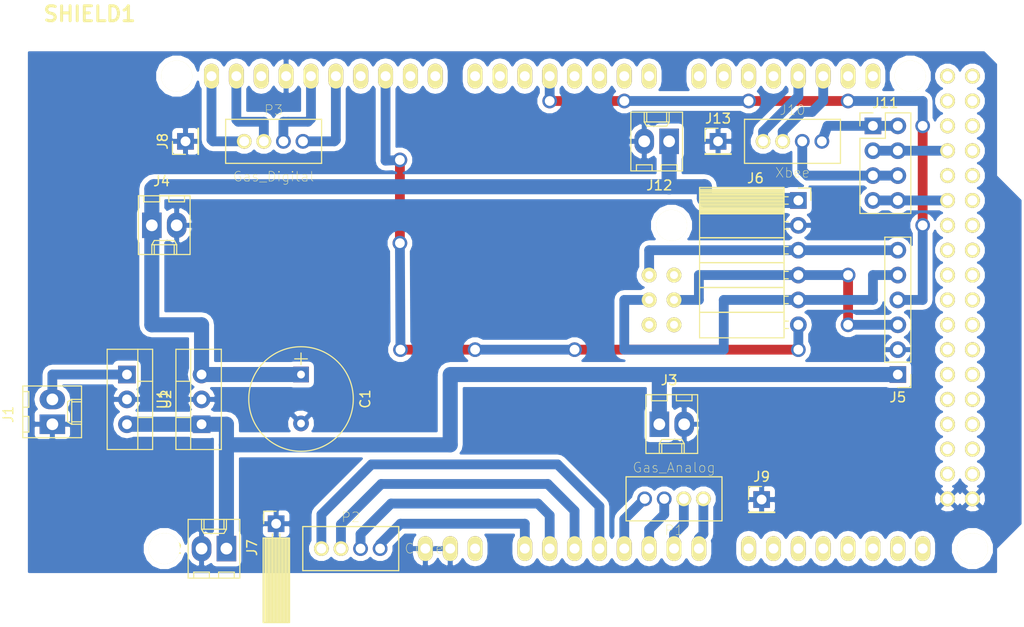
<source format=kicad_pcb>
(kicad_pcb (version 4) (host pcbnew 4.0.7-e2-6376~58~ubuntu16.04.1)

  (general
    (links 57)
    (no_connects 0)
    (area 93.225 71.8708 198.750501 136.735001)
    (thickness 1.6)
    (drawings 0)
    (tracks 143)
    (zones 0)
    (modules 20)
    (nets 89)
  )

  (page A4)
  (layers
    (0 F.Cu signal)
    (31 B.Cu signal)
    (32 B.Adhes user hide)
    (33 F.Adhes user hide)
    (34 B.Paste user hide)
    (35 F.Paste user hide)
    (36 B.SilkS user hide)
    (37 F.SilkS user)
    (38 B.Mask user hide)
    (39 F.Mask user hide)
    (40 Dwgs.User user)
    (41 Cmts.User user)
    (42 Eco1.User user hide)
    (43 Eco2.User user hide)
    (44 Edge.Cuts user hide)
    (45 Margin user hide)
    (46 B.CrtYd user hide)
    (47 F.CrtYd user hide)
    (48 B.Fab user hide)
    (49 F.Fab user)
  )

  (setup
    (last_trace_width 1)
    (trace_clearance 0.2)
    (zone_clearance 0.508)
    (zone_45_only no)
    (trace_min 0.2)
    (segment_width 0.2)
    (edge_width 0.15)
    (via_size 1.5)
    (via_drill 1)
    (via_min_size 0.4)
    (via_min_drill 0.3)
    (uvia_size 0.3)
    (uvia_drill 0.1)
    (uvias_allowed no)
    (uvia_min_size 0.2)
    (uvia_min_drill 0.1)
    (pcb_text_width 0.3)
    (pcb_text_size 1.5 1.5)
    (mod_edge_width 0.15)
    (mod_text_size 1 1)
    (mod_text_width 0.15)
    (pad_size 1.524 1.524)
    (pad_drill 0.762)
    (pad_to_mask_clearance 0.2)
    (aux_axis_origin 0 0)
    (visible_elements FFFDFF7B)
    (pcbplotparams
      (layerselection 0x00030_80000001)
      (usegerberextensions false)
      (excludeedgelayer true)
      (linewidth 0.100000)
      (plotframeref false)
      (viasonmask false)
      (mode 1)
      (useauxorigin false)
      (hpglpennumber 1)
      (hpglpenspeed 20)
      (hpglpendiameter 15)
      (hpglpenoverlay 2)
      (psnegative false)
      (psa4output false)
      (plotreference true)
      (plotvalue true)
      (plotinvisibletext false)
      (padsonsilk false)
      (subtractmaskfromsilk false)
      (outputformat 1)
      (mirror false)
      (drillshape 1)
      (scaleselection 1)
      (outputdirectory ""))
  )

  (net 0 "")
  (net 1 /3V3_Regul)
  (net 2 GND)
  (net 3 "Net-(J1-Pad2)")
  (net 4 /5V_Regul)
  (net 5 "Net-(J5-Pad3)")
  (net 6 /SD_CS)
  (net 7 "Net-(J5-Pad5)")
  (net 8 "Net-(J5-Pad6)")
  (net 9 /RTC_CS)
  (net 10 /MG811_OUT)
  (net 11 /MQ135_OUT)
  (net 12 /SCT013_OUT)
  (net 13 /PA3208_OUT)
  (net 14 /ACS712_OUT)
  (net 15 /ACS770_OUT)
  (net 16 "Net-(P3-Pad1)")
  (net 17 "Net-(P3-Pad2)")
  (net 18 /CCS811_nWAK)
  (net 19 /CCS811_nINT)
  (net 20 "Net-(SHIELD1-Pad14)")
  (net 21 "Net-(SHIELD1-Pad15)")
  (net 22 "Net-(SHIELD1-Pad16)")
  (net 23 "Net-(SHIELD1-Pad17)")
  (net 24 "Net-(SHIELD1-Pad20)")
  (net 25 "Net-(SHIELD1-Pad21)")
  (net 26 "Net-(SHIELD1-PadC_TX)")
  (net 27 "Net-(SHIELD1-PadC_RX)")
  (net 28 "Net-(SHIELD1-PadDAC1)")
  (net 29 "Net-(SHIELD1-PadDAC0)")
  (net 30 "Net-(SHIELD1-PadAD8)")
  (net 31 "Net-(SHIELD1-PadAD9)")
  (net 32 "Net-(SHIELD1-PadAD10)")
  (net 33 "Net-(SHIELD1-PadAD11)")
  (net 34 "Net-(SHIELD1-PadV_IN)")
  (net 35 "Net-(SHIELD1-Pad0)")
  (net 36 "Net-(SHIELD1-Pad1)")
  (net 37 "Net-(SHIELD1-Pad5)")
  (net 38 "Net-(SHIELD1-Pad6)")
  (net 39 "Net-(SHIELD1-Pad7)")
  (net 40 "Net-(SHIELD1-Pad8)")
  (net 41 "Net-(SHIELD1-Pad9)")
  (net 42 "Net-(SHIELD1-Pad11)")
  (net 43 "Net-(SHIELD1-PadAREF)")
  (net 44 "Net-(SHIELD1-Pad24)")
  (net 45 "Net-(SHIELD1-Pad25)")
  (net 46 "Net-(SHIELD1-Pad27)")
  (net 47 "Net-(SHIELD1-Pad28)")
  (net 48 "Net-(SHIELD1-Pad29)")
  (net 49 "Net-(SHIELD1-Pad5V_4)")
  (net 50 "Net-(SHIELD1-Pad5V_5)")
  (net 51 "Net-(SHIELD1-Pad31)")
  (net 52 "Net-(SHIELD1-Pad32)")
  (net 53 "Net-(SHIELD1-Pad33)")
  (net 54 "Net-(SHIELD1-Pad34)")
  (net 55 "Net-(SHIELD1-Pad35)")
  (net 56 "Net-(SHIELD1-Pad36)")
  (net 57 "Net-(SHIELD1-Pad37)")
  (net 58 "Net-(SHIELD1-Pad38)")
  (net 59 "Net-(SHIELD1-Pad39)")
  (net 60 "Net-(SHIELD1-Pad40)")
  (net 61 "Net-(SHIELD1-Pad41)")
  (net 62 "Net-(SHIELD1-Pad42)")
  (net 63 "Net-(SHIELD1-Pad43)")
  (net 64 "Net-(SHIELD1-Pad44)")
  (net 65 "Net-(SHIELD1-Pad45)")
  (net 66 "Net-(SHIELD1-Pad46)")
  (net 67 "Net-(SHIELD1-Pad47)")
  (net 68 "Net-(SHIELD1-Pad48)")
  (net 69 "Net-(SHIELD1-Pad49)")
  (net 70 "Net-(SHIELD1-Pad50)")
  (net 71 "Net-(SHIELD1-Pad51)")
  (net 72 "Net-(SHIELD1-Pad52)")
  (net 73 "Net-(SHIELD1-Pad53)")
  (net 74 "Net-(SHIELD1-PadSP2)")
  (net 75 "Net-(SHIELD1-PadSP5)")
  (net 76 "Net-(SHIELD1-PadSP6)")
  (net 77 "Net-(J10-Pad1)")
  (net 78 "Net-(J10-Pad2)")
  (net 79 "Net-(J10-Pad3)")
  (net 80 "Net-(J10-Pad4)")
  (net 81 "Net-(J11-Pad3)")
  (net 82 "Net-(J11-Pad7)")
  (net 83 "Net-(SHIELD1-Pad22)")
  (net 84 "Net-(SHIELD1-Pad23)")
  (net 85 "Net-(P1-Pad1)")
  (net 86 "Net-(P1-Pad2)")
  (net 87 "Net-(SHIELD1-Pad2)")
  (net 88 "Net-(SHIELD1-Pad3)")

  (net_class Default "This is the default net class."
    (clearance 0.2)
    (trace_width 1)
    (via_dia 1.5)
    (via_drill 1)
    (uvia_dia 0.3)
    (uvia_drill 0.1)
    (add_net /ACS712_OUT)
    (add_net /ACS770_OUT)
    (add_net /CCS811_nINT)
    (add_net /CCS811_nWAK)
    (add_net /MG811_OUT)
    (add_net /MQ135_OUT)
    (add_net /PA3208_OUT)
    (add_net /RTC_CS)
    (add_net /SCT013_OUT)
    (add_net /SD_CS)
    (add_net GND)
    (add_net "Net-(J1-Pad2)")
    (add_net "Net-(J10-Pad1)")
    (add_net "Net-(J10-Pad2)")
    (add_net "Net-(J10-Pad3)")
    (add_net "Net-(J10-Pad4)")
    (add_net "Net-(J11-Pad3)")
    (add_net "Net-(J11-Pad7)")
    (add_net "Net-(J5-Pad3)")
    (add_net "Net-(J5-Pad5)")
    (add_net "Net-(J5-Pad6)")
    (add_net "Net-(P1-Pad1)")
    (add_net "Net-(P1-Pad2)")
    (add_net "Net-(P3-Pad1)")
    (add_net "Net-(P3-Pad2)")
    (add_net "Net-(SHIELD1-Pad0)")
    (add_net "Net-(SHIELD1-Pad1)")
    (add_net "Net-(SHIELD1-Pad11)")
    (add_net "Net-(SHIELD1-Pad14)")
    (add_net "Net-(SHIELD1-Pad15)")
    (add_net "Net-(SHIELD1-Pad16)")
    (add_net "Net-(SHIELD1-Pad17)")
    (add_net "Net-(SHIELD1-Pad2)")
    (add_net "Net-(SHIELD1-Pad20)")
    (add_net "Net-(SHIELD1-Pad21)")
    (add_net "Net-(SHIELD1-Pad22)")
    (add_net "Net-(SHIELD1-Pad23)")
    (add_net "Net-(SHIELD1-Pad24)")
    (add_net "Net-(SHIELD1-Pad25)")
    (add_net "Net-(SHIELD1-Pad27)")
    (add_net "Net-(SHIELD1-Pad28)")
    (add_net "Net-(SHIELD1-Pad29)")
    (add_net "Net-(SHIELD1-Pad3)")
    (add_net "Net-(SHIELD1-Pad31)")
    (add_net "Net-(SHIELD1-Pad32)")
    (add_net "Net-(SHIELD1-Pad33)")
    (add_net "Net-(SHIELD1-Pad34)")
    (add_net "Net-(SHIELD1-Pad35)")
    (add_net "Net-(SHIELD1-Pad36)")
    (add_net "Net-(SHIELD1-Pad37)")
    (add_net "Net-(SHIELD1-Pad38)")
    (add_net "Net-(SHIELD1-Pad39)")
    (add_net "Net-(SHIELD1-Pad40)")
    (add_net "Net-(SHIELD1-Pad41)")
    (add_net "Net-(SHIELD1-Pad42)")
    (add_net "Net-(SHIELD1-Pad43)")
    (add_net "Net-(SHIELD1-Pad44)")
    (add_net "Net-(SHIELD1-Pad45)")
    (add_net "Net-(SHIELD1-Pad46)")
    (add_net "Net-(SHIELD1-Pad47)")
    (add_net "Net-(SHIELD1-Pad48)")
    (add_net "Net-(SHIELD1-Pad49)")
    (add_net "Net-(SHIELD1-Pad5)")
    (add_net "Net-(SHIELD1-Pad50)")
    (add_net "Net-(SHIELD1-Pad51)")
    (add_net "Net-(SHIELD1-Pad52)")
    (add_net "Net-(SHIELD1-Pad53)")
    (add_net "Net-(SHIELD1-Pad5V_4)")
    (add_net "Net-(SHIELD1-Pad5V_5)")
    (add_net "Net-(SHIELD1-Pad6)")
    (add_net "Net-(SHIELD1-Pad7)")
    (add_net "Net-(SHIELD1-Pad8)")
    (add_net "Net-(SHIELD1-Pad9)")
    (add_net "Net-(SHIELD1-PadAD10)")
    (add_net "Net-(SHIELD1-PadAD11)")
    (add_net "Net-(SHIELD1-PadAD8)")
    (add_net "Net-(SHIELD1-PadAD9)")
    (add_net "Net-(SHIELD1-PadAREF)")
    (add_net "Net-(SHIELD1-PadC_RX)")
    (add_net "Net-(SHIELD1-PadC_TX)")
    (add_net "Net-(SHIELD1-PadDAC0)")
    (add_net "Net-(SHIELD1-PadDAC1)")
    (add_net "Net-(SHIELD1-PadSP2)")
    (add_net "Net-(SHIELD1-PadSP5)")
    (add_net "Net-(SHIELD1-PadSP6)")
    (add_net "Net-(SHIELD1-PadV_IN)")
  )

  (net_class PWR ""
    (clearance 0.5)
    (trace_width 1.54)
    (via_dia 1.54)
    (via_drill 1)
    (uvia_dia 0.3)
    (uvia_drill 0.1)
    (add_net /3V3_Regul)
    (add_net /5V_Regul)
  )

  (module Socket_Strips:Socket_Strip_Angled_1x06_Pitch2.54mm (layer F.Cu) (tedit 58CD5446) (tstamp 59E83097)
    (at 175.2 92.64)
    (descr "Through hole angled socket strip, 1x06, 2.54mm pitch, 8.51mm socket length, single row")
    (tags "Through hole angled socket strip THT 1x06 2.54mm single row")
    (path /59E778E0)
    (fp_text reference J6 (at -4.38 -2.27) (layer F.SilkS)
      (effects (font (size 1 1) (thickness 0.15)))
    )
    (fp_text value RTC (at -4.38 14.97) (layer F.Fab)
      (effects (font (size 1 1) (thickness 0.15)))
    )
    (fp_line (start -1.52 -1.27) (end -1.52 1.27) (layer F.Fab) (width 0.1))
    (fp_line (start -1.52 1.27) (end -10.03 1.27) (layer F.Fab) (width 0.1))
    (fp_line (start -10.03 1.27) (end -10.03 -1.27) (layer F.Fab) (width 0.1))
    (fp_line (start -10.03 -1.27) (end -1.52 -1.27) (layer F.Fab) (width 0.1))
    (fp_line (start 0 -0.32) (end 0 0.32) (layer F.Fab) (width 0.1))
    (fp_line (start 0 0.32) (end -1.52 0.32) (layer F.Fab) (width 0.1))
    (fp_line (start -1.52 0.32) (end -1.52 -0.32) (layer F.Fab) (width 0.1))
    (fp_line (start -1.52 -0.32) (end 0 -0.32) (layer F.Fab) (width 0.1))
    (fp_line (start -1.52 1.27) (end -1.52 3.81) (layer F.Fab) (width 0.1))
    (fp_line (start -1.52 3.81) (end -10.03 3.81) (layer F.Fab) (width 0.1))
    (fp_line (start -10.03 3.81) (end -10.03 1.27) (layer F.Fab) (width 0.1))
    (fp_line (start -10.03 1.27) (end -1.52 1.27) (layer F.Fab) (width 0.1))
    (fp_line (start 0 2.22) (end 0 2.86) (layer F.Fab) (width 0.1))
    (fp_line (start 0 2.86) (end -1.52 2.86) (layer F.Fab) (width 0.1))
    (fp_line (start -1.52 2.86) (end -1.52 2.22) (layer F.Fab) (width 0.1))
    (fp_line (start -1.52 2.22) (end 0 2.22) (layer F.Fab) (width 0.1))
    (fp_line (start -1.52 3.81) (end -1.52 6.35) (layer F.Fab) (width 0.1))
    (fp_line (start -1.52 6.35) (end -10.03 6.35) (layer F.Fab) (width 0.1))
    (fp_line (start -10.03 6.35) (end -10.03 3.81) (layer F.Fab) (width 0.1))
    (fp_line (start -10.03 3.81) (end -1.52 3.81) (layer F.Fab) (width 0.1))
    (fp_line (start 0 4.76) (end 0 5.4) (layer F.Fab) (width 0.1))
    (fp_line (start 0 5.4) (end -1.52 5.4) (layer F.Fab) (width 0.1))
    (fp_line (start -1.52 5.4) (end -1.52 4.76) (layer F.Fab) (width 0.1))
    (fp_line (start -1.52 4.76) (end 0 4.76) (layer F.Fab) (width 0.1))
    (fp_line (start -1.52 6.35) (end -1.52 8.89) (layer F.Fab) (width 0.1))
    (fp_line (start -1.52 8.89) (end -10.03 8.89) (layer F.Fab) (width 0.1))
    (fp_line (start -10.03 8.89) (end -10.03 6.35) (layer F.Fab) (width 0.1))
    (fp_line (start -10.03 6.35) (end -1.52 6.35) (layer F.Fab) (width 0.1))
    (fp_line (start 0 7.3) (end 0 7.94) (layer F.Fab) (width 0.1))
    (fp_line (start 0 7.94) (end -1.52 7.94) (layer F.Fab) (width 0.1))
    (fp_line (start -1.52 7.94) (end -1.52 7.3) (layer F.Fab) (width 0.1))
    (fp_line (start -1.52 7.3) (end 0 7.3) (layer F.Fab) (width 0.1))
    (fp_line (start -1.52 8.89) (end -1.52 11.43) (layer F.Fab) (width 0.1))
    (fp_line (start -1.52 11.43) (end -10.03 11.43) (layer F.Fab) (width 0.1))
    (fp_line (start -10.03 11.43) (end -10.03 8.89) (layer F.Fab) (width 0.1))
    (fp_line (start -10.03 8.89) (end -1.52 8.89) (layer F.Fab) (width 0.1))
    (fp_line (start 0 9.84) (end 0 10.48) (layer F.Fab) (width 0.1))
    (fp_line (start 0 10.48) (end -1.52 10.48) (layer F.Fab) (width 0.1))
    (fp_line (start -1.52 10.48) (end -1.52 9.84) (layer F.Fab) (width 0.1))
    (fp_line (start -1.52 9.84) (end 0 9.84) (layer F.Fab) (width 0.1))
    (fp_line (start -1.52 11.43) (end -1.52 13.97) (layer F.Fab) (width 0.1))
    (fp_line (start -1.52 13.97) (end -10.03 13.97) (layer F.Fab) (width 0.1))
    (fp_line (start -10.03 13.97) (end -10.03 11.43) (layer F.Fab) (width 0.1))
    (fp_line (start -10.03 11.43) (end -1.52 11.43) (layer F.Fab) (width 0.1))
    (fp_line (start 0 12.38) (end 0 13.02) (layer F.Fab) (width 0.1))
    (fp_line (start 0 13.02) (end -1.52 13.02) (layer F.Fab) (width 0.1))
    (fp_line (start -1.52 13.02) (end -1.52 12.38) (layer F.Fab) (width 0.1))
    (fp_line (start -1.52 12.38) (end 0 12.38) (layer F.Fab) (width 0.1))
    (fp_line (start -1.46 -1.33) (end -1.46 1.27) (layer F.SilkS) (width 0.12))
    (fp_line (start -1.46 1.27) (end -10.09 1.27) (layer F.SilkS) (width 0.12))
    (fp_line (start -10.09 1.27) (end -10.09 -1.33) (layer F.SilkS) (width 0.12))
    (fp_line (start -10.09 -1.33) (end -1.46 -1.33) (layer F.SilkS) (width 0.12))
    (fp_line (start -1.03 -0.38) (end -1.46 -0.38) (layer F.SilkS) (width 0.12))
    (fp_line (start -1.03 0.38) (end -1.46 0.38) (layer F.SilkS) (width 0.12))
    (fp_line (start -1.46 -1.15) (end -10.09 -1.15) (layer F.SilkS) (width 0.12))
    (fp_line (start -1.46 -1.03) (end -10.09 -1.03) (layer F.SilkS) (width 0.12))
    (fp_line (start -1.46 -0.91) (end -10.09 -0.91) (layer F.SilkS) (width 0.12))
    (fp_line (start -1.46 -0.79) (end -10.09 -0.79) (layer F.SilkS) (width 0.12))
    (fp_line (start -1.46 -0.67) (end -10.09 -0.67) (layer F.SilkS) (width 0.12))
    (fp_line (start -1.46 -0.55) (end -10.09 -0.55) (layer F.SilkS) (width 0.12))
    (fp_line (start -1.46 -0.43) (end -10.09 -0.43) (layer F.SilkS) (width 0.12))
    (fp_line (start -1.46 -0.31) (end -10.09 -0.31) (layer F.SilkS) (width 0.12))
    (fp_line (start -1.46 -0.19) (end -10.09 -0.19) (layer F.SilkS) (width 0.12))
    (fp_line (start -1.46 -0.07) (end -10.09 -0.07) (layer F.SilkS) (width 0.12))
    (fp_line (start -1.46 0.05) (end -10.09 0.05) (layer F.SilkS) (width 0.12))
    (fp_line (start -1.46 0.17) (end -10.09 0.17) (layer F.SilkS) (width 0.12))
    (fp_line (start -1.46 0.29) (end -10.09 0.29) (layer F.SilkS) (width 0.12))
    (fp_line (start -1.46 0.41) (end -10.09 0.41) (layer F.SilkS) (width 0.12))
    (fp_line (start -1.46 0.53) (end -10.09 0.53) (layer F.SilkS) (width 0.12))
    (fp_line (start -1.46 0.65) (end -10.09 0.65) (layer F.SilkS) (width 0.12))
    (fp_line (start -1.46 0.77) (end -10.09 0.77) (layer F.SilkS) (width 0.12))
    (fp_line (start -1.46 0.89) (end -10.09 0.89) (layer F.SilkS) (width 0.12))
    (fp_line (start -1.46 1.01) (end -10.09 1.01) (layer F.SilkS) (width 0.12))
    (fp_line (start -1.46 1.13) (end -10.09 1.13) (layer F.SilkS) (width 0.12))
    (fp_line (start -1.46 1.25) (end -10.09 1.25) (layer F.SilkS) (width 0.12))
    (fp_line (start -1.46 1.37) (end -10.09 1.37) (layer F.SilkS) (width 0.12))
    (fp_line (start -1.46 1.27) (end -1.46 3.81) (layer F.SilkS) (width 0.12))
    (fp_line (start -1.46 3.81) (end -10.09 3.81) (layer F.SilkS) (width 0.12))
    (fp_line (start -10.09 3.81) (end -10.09 1.27) (layer F.SilkS) (width 0.12))
    (fp_line (start -10.09 1.27) (end -1.46 1.27) (layer F.SilkS) (width 0.12))
    (fp_line (start -1.03 2.16) (end -1.46 2.16) (layer F.SilkS) (width 0.12))
    (fp_line (start -1.03 2.92) (end -1.46 2.92) (layer F.SilkS) (width 0.12))
    (fp_line (start -1.46 3.81) (end -1.46 6.35) (layer F.SilkS) (width 0.12))
    (fp_line (start -1.46 6.35) (end -10.09 6.35) (layer F.SilkS) (width 0.12))
    (fp_line (start -10.09 6.35) (end -10.09 3.81) (layer F.SilkS) (width 0.12))
    (fp_line (start -10.09 3.81) (end -1.46 3.81) (layer F.SilkS) (width 0.12))
    (fp_line (start -1.03 4.7) (end -1.46 4.7) (layer F.SilkS) (width 0.12))
    (fp_line (start -1.03 5.46) (end -1.46 5.46) (layer F.SilkS) (width 0.12))
    (fp_line (start -1.46 6.35) (end -1.46 8.89) (layer F.SilkS) (width 0.12))
    (fp_line (start -1.46 8.89) (end -10.09 8.89) (layer F.SilkS) (width 0.12))
    (fp_line (start -10.09 8.89) (end -10.09 6.35) (layer F.SilkS) (width 0.12))
    (fp_line (start -10.09 6.35) (end -1.46 6.35) (layer F.SilkS) (width 0.12))
    (fp_line (start -1.03 7.24) (end -1.46 7.24) (layer F.SilkS) (width 0.12))
    (fp_line (start -1.03 8) (end -1.46 8) (layer F.SilkS) (width 0.12))
    (fp_line (start -1.46 8.89) (end -1.46 11.43) (layer F.SilkS) (width 0.12))
    (fp_line (start -1.46 11.43) (end -10.09 11.43) (layer F.SilkS) (width 0.12))
    (fp_line (start -10.09 11.43) (end -10.09 8.89) (layer F.SilkS) (width 0.12))
    (fp_line (start -10.09 8.89) (end -1.46 8.89) (layer F.SilkS) (width 0.12))
    (fp_line (start -1.03 9.78) (end -1.46 9.78) (layer F.SilkS) (width 0.12))
    (fp_line (start -1.03 10.54) (end -1.46 10.54) (layer F.SilkS) (width 0.12))
    (fp_line (start -1.46 11.43) (end -1.46 14.03) (layer F.SilkS) (width 0.12))
    (fp_line (start -1.46 14.03) (end -10.09 14.03) (layer F.SilkS) (width 0.12))
    (fp_line (start -10.09 14.03) (end -10.09 11.43) (layer F.SilkS) (width 0.12))
    (fp_line (start -10.09 11.43) (end -1.46 11.43) (layer F.SilkS) (width 0.12))
    (fp_line (start -1.03 12.32) (end -1.46 12.32) (layer F.SilkS) (width 0.12))
    (fp_line (start -1.03 13.08) (end -1.46 13.08) (layer F.SilkS) (width 0.12))
    (fp_line (start 0 -1.27) (end 1.27 -1.27) (layer F.SilkS) (width 0.12))
    (fp_line (start 1.27 -1.27) (end 1.27 0) (layer F.SilkS) (width 0.12))
    (fp_line (start 1.8 -1.8) (end 1.8 14.5) (layer F.CrtYd) (width 0.05))
    (fp_line (start 1.8 14.5) (end -10.55 14.5) (layer F.CrtYd) (width 0.05))
    (fp_line (start -10.55 14.5) (end -10.55 -1.8) (layer F.CrtYd) (width 0.05))
    (fp_line (start -10.55 -1.8) (end 1.8 -1.8) (layer F.CrtYd) (width 0.05))
    (fp_text user %R (at -4.38 -2.27) (layer F.Fab)
      (effects (font (size 1 1) (thickness 0.15)))
    )
    (pad 1 thru_hole rect (at 0 0) (size 1.7 1.7) (drill 1) (layers *.Cu *.Mask)
      (net 1 /3V3_Regul))
    (pad 2 thru_hole oval (at 0 2.54) (size 1.7 1.7) (drill 1) (layers *.Cu *.Mask)
      (net 2 GND))
    (pad 3 thru_hole oval (at 0 5.08) (size 1.7 1.7) (drill 1) (layers *.Cu *.Mask)
      (net 8 "Net-(J5-Pad6)"))
    (pad 4 thru_hole oval (at 0 7.62) (size 1.7 1.7) (drill 1) (layers *.Cu *.Mask)
      (net 5 "Net-(J5-Pad3)"))
    (pad 5 thru_hole oval (at 0 10.16) (size 1.7 1.7) (drill 1) (layers *.Cu *.Mask)
      (net 7 "Net-(J5-Pad5)"))
    (pad 6 thru_hole oval (at 0 12.7) (size 1.7 1.7) (drill 1) (layers *.Cu *.Mask)
      (net 9 /RTC_CS))
    (model ${KISYS3DMOD}/Socket_Strips.3dshapes/Socket_Strip_Angled_1x06_Pitch2.54mm.wrl
      (at (xyz 0 -0.25 0))
      (scale (xyz 1 1 1))
      (rotate (xyz 0 0 270))
    )
  )

  (module Capacitors_THT:CP_Radial_Tantal_D10.5mm_P5.00mm (layer F.Cu) (tedit 59E7F733) (tstamp 59E7A951)
    (at 124.4 110.42 270)
    (descr "CP, Radial_Tantal series, Radial, pin pitch=5.00mm, , diameter=10.5mm, Tantal Electrolytic Capacitor, http://cdn-reichelt.de/documents/datenblatt/B300/TANTAL-TB-Serie%23.pdf")
    (tags "CP Radial_Tantal series Radial pin pitch 5.00mm  diameter 10.5mm Tantal Electrolytic Capacitor")
    (path /59E789B2)
    (fp_text reference C1 (at 2.5 -6.56 270) (layer F.SilkS)
      (effects (font (size 1 1) (thickness 0.15)))
    )
    (fp_text value 100uF (at -4.22 0 360) (layer F.Fab)
      (effects (font (size 1 1) (thickness 0.15)))
    )
    (fp_circle (center 2.5 0) (end 7.75 0) (layer F.Fab) (width 0.1))
    (fp_circle (center 2.5 0) (end 7.84 0) (layer F.SilkS) (width 0.12))
    (fp_line (start -2.2 0) (end -1 0) (layer F.Fab) (width 0.1))
    (fp_line (start -1.6 -0.65) (end -1.6 0.65) (layer F.Fab) (width 0.1))
    (fp_line (start -2.2 0) (end -1 0) (layer F.SilkS) (width 0.12))
    (fp_line (start -1.6 -0.65) (end -1.6 0.65) (layer F.SilkS) (width 0.12))
    (fp_line (start -3.1 -5.6) (end -3.1 5.6) (layer F.CrtYd) (width 0.05))
    (fp_line (start -3.1 5.6) (end 8.1 5.6) (layer F.CrtYd) (width 0.05))
    (fp_line (start 8.1 5.6) (end 8.1 -5.6) (layer F.CrtYd) (width 0.05))
    (fp_line (start 8.1 -5.6) (end -3.1 -5.6) (layer F.CrtYd) (width 0.05))
    (fp_text user %R (at 2.5 0 270) (layer F.Fab)
      (effects (font (size 1 1) (thickness 0.15)))
    )
    (pad 1 thru_hole rect (at 0 0 270) (size 1.6 1.6) (drill 0.8) (layers *.Cu *.Mask)
      (net 1 /3V3_Regul))
    (pad 2 thru_hole circle (at 5 0 270) (size 1.6 1.6) (drill 0.8) (layers *.Cu *.Mask)
      (net 2 GND))
    (model ${KISYS3DMOD}/Capacitors_THT.3dshapes/CP_Radial_Tantal_D10.5mm_P5.00mm.wrl
      (at (xyz 0 0 0))
      (scale (xyz 1 1 1))
      (rotate (xyz 0 0 0))
    )
  )

  (module Connectors_Molex:Molex_KK-6410-02_02x2.54mm_Straight (layer F.Cu) (tedit 59E7F73F) (tstamp 59E7A972)
    (at 99 115.5 90)
    (descr "Connector Headers with Friction Lock, 22-27-2021, http://www.molex.com/pdm_docs/sd/022272021_sd.pdf")
    (tags "connector molex kk_6410 22-27-2021")
    (path /59E78020)
    (fp_text reference J1 (at 1 -4.5 90) (layer F.SilkS)
      (effects (font (size 1 1) (thickness 0.15)))
    )
    (fp_text value 12V_input (at 8.1 -0.1 90) (layer F.Fab)
      (effects (font (size 1 1) (thickness 0.15)))
    )
    (fp_line (start -1.47 -3.12) (end -1.47 3.08) (layer F.Fab) (width 0.12))
    (fp_line (start -1.47 3.08) (end 4.01 3.08) (layer F.Fab) (width 0.12))
    (fp_line (start 4.01 3.08) (end 4.01 -3.12) (layer F.Fab) (width 0.12))
    (fp_line (start 4.01 -3.12) (end -1.47 -3.12) (layer F.Fab) (width 0.12))
    (fp_line (start -1.37 -3.02) (end -1.37 2.98) (layer F.SilkS) (width 0.12))
    (fp_line (start -1.37 2.98) (end 3.91 2.98) (layer F.SilkS) (width 0.12))
    (fp_line (start 3.91 2.98) (end 3.91 -3.02) (layer F.SilkS) (width 0.12))
    (fp_line (start 3.91 -3.02) (end -1.37 -3.02) (layer F.SilkS) (width 0.12))
    (fp_line (start 0 2.98) (end 0 1.98) (layer F.SilkS) (width 0.12))
    (fp_line (start 0 1.98) (end 2.54 1.98) (layer F.SilkS) (width 0.12))
    (fp_line (start 2.54 1.98) (end 2.54 2.98) (layer F.SilkS) (width 0.12))
    (fp_line (start 0 1.98) (end 0.25 1.55) (layer F.SilkS) (width 0.12))
    (fp_line (start 0.25 1.55) (end 2.29 1.55) (layer F.SilkS) (width 0.12))
    (fp_line (start 2.29 1.55) (end 2.54 1.98) (layer F.SilkS) (width 0.12))
    (fp_line (start 0.25 2.98) (end 0.25 1.98) (layer F.SilkS) (width 0.12))
    (fp_line (start 2.29 2.98) (end 2.29 1.98) (layer F.SilkS) (width 0.12))
    (fp_line (start -0.8 -3.02) (end -0.8 -2.4) (layer F.SilkS) (width 0.12))
    (fp_line (start -0.8 -2.4) (end 0.8 -2.4) (layer F.SilkS) (width 0.12))
    (fp_line (start 0.8 -2.4) (end 0.8 -3.02) (layer F.SilkS) (width 0.12))
    (fp_line (start 1.74 -3.02) (end 1.74 -2.4) (layer F.SilkS) (width 0.12))
    (fp_line (start 1.74 -2.4) (end 3.34 -2.4) (layer F.SilkS) (width 0.12))
    (fp_line (start 3.34 -2.4) (end 3.34 -3.02) (layer F.SilkS) (width 0.12))
    (fp_line (start -1.9 3.5) (end -1.9 -3.55) (layer F.CrtYd) (width 0.05))
    (fp_line (start -1.9 -3.55) (end 4.45 -3.55) (layer F.CrtYd) (width 0.05))
    (fp_line (start 4.45 -3.55) (end 4.45 3.5) (layer F.CrtYd) (width 0.05))
    (fp_line (start 4.45 3.5) (end -1.9 3.5) (layer F.CrtYd) (width 0.05))
    (fp_text user %R (at 1.27 0 90) (layer F.Fab)
      (effects (font (size 1 1) (thickness 0.15)))
    )
    (pad 1 thru_hole rect (at 0 0 90) (size 2 2.6) (drill 1.2) (layers *.Cu *.Mask)
      (net 2 GND))
    (pad 2 thru_hole oval (at 2.54 0 90) (size 2 2.6) (drill 1.2) (layers *.Cu *.Mask)
      (net 3 "Net-(J1-Pad2)"))
    (model ${KISYS3DMOD}/Connectors_Molex.3dshapes/Molex_KK-6410-02_02x2.54mm_Straight.wrl
      (at (xyz 0 0 0))
      (scale (xyz 1 1 1))
      (rotate (xyz 0 0 0))
    )
  )

  (module Connectors_Molex:Molex_KK-6410-02_02x2.54mm_Straight (layer F.Cu) (tedit 59E7F716) (tstamp 59E7A993)
    (at 116.78 128.2 180)
    (descr "Connector Headers with Friction Lock, 22-27-2021, http://www.molex.com/pdm_docs/sd/022272021_sd.pdf")
    (tags "connector molex kk_6410 22-27-2021")
    (path /59E782D0)
    (fp_text reference J2 (at 5.38 0 180) (layer F.SilkS)
      (effects (font (size 1 1) (thickness 0.15)))
    )
    (fp_text value Current_pwr (at 1.27 4.5 180) (layer F.Fab)
      (effects (font (size 1 1) (thickness 0.15)))
    )
    (fp_line (start -1.47 -3.12) (end -1.47 3.08) (layer F.Fab) (width 0.12))
    (fp_line (start -1.47 3.08) (end 4.01 3.08) (layer F.Fab) (width 0.12))
    (fp_line (start 4.01 3.08) (end 4.01 -3.12) (layer F.Fab) (width 0.12))
    (fp_line (start 4.01 -3.12) (end -1.47 -3.12) (layer F.Fab) (width 0.12))
    (fp_line (start -1.37 -3.02) (end -1.37 2.98) (layer F.SilkS) (width 0.12))
    (fp_line (start -1.37 2.98) (end 3.91 2.98) (layer F.SilkS) (width 0.12))
    (fp_line (start 3.91 2.98) (end 3.91 -3.02) (layer F.SilkS) (width 0.12))
    (fp_line (start 3.91 -3.02) (end -1.37 -3.02) (layer F.SilkS) (width 0.12))
    (fp_line (start 0 2.98) (end 0 1.98) (layer F.SilkS) (width 0.12))
    (fp_line (start 0 1.98) (end 2.54 1.98) (layer F.SilkS) (width 0.12))
    (fp_line (start 2.54 1.98) (end 2.54 2.98) (layer F.SilkS) (width 0.12))
    (fp_line (start 0 1.98) (end 0.25 1.55) (layer F.SilkS) (width 0.12))
    (fp_line (start 0.25 1.55) (end 2.29 1.55) (layer F.SilkS) (width 0.12))
    (fp_line (start 2.29 1.55) (end 2.54 1.98) (layer F.SilkS) (width 0.12))
    (fp_line (start 0.25 2.98) (end 0.25 1.98) (layer F.SilkS) (width 0.12))
    (fp_line (start 2.29 2.98) (end 2.29 1.98) (layer F.SilkS) (width 0.12))
    (fp_line (start -0.8 -3.02) (end -0.8 -2.4) (layer F.SilkS) (width 0.12))
    (fp_line (start -0.8 -2.4) (end 0.8 -2.4) (layer F.SilkS) (width 0.12))
    (fp_line (start 0.8 -2.4) (end 0.8 -3.02) (layer F.SilkS) (width 0.12))
    (fp_line (start 1.74 -3.02) (end 1.74 -2.4) (layer F.SilkS) (width 0.12))
    (fp_line (start 1.74 -2.4) (end 3.34 -2.4) (layer F.SilkS) (width 0.12))
    (fp_line (start 3.34 -2.4) (end 3.34 -3.02) (layer F.SilkS) (width 0.12))
    (fp_line (start -1.9 3.5) (end -1.9 -3.55) (layer F.CrtYd) (width 0.05))
    (fp_line (start -1.9 -3.55) (end 4.45 -3.55) (layer F.CrtYd) (width 0.05))
    (fp_line (start 4.45 -3.55) (end 4.45 3.5) (layer F.CrtYd) (width 0.05))
    (fp_line (start 4.45 3.5) (end -1.9 3.5) (layer F.CrtYd) (width 0.05))
    (fp_text user %R (at 1.27 0 180) (layer F.Fab)
      (effects (font (size 1 1) (thickness 0.15)))
    )
    (pad 1 thru_hole rect (at 0 0 180) (size 2 2.6) (drill 1.2) (layers *.Cu *.Mask)
      (net 4 /5V_Regul))
    (pad 2 thru_hole oval (at 2.54 0 180) (size 2 2.6) (drill 1.2) (layers *.Cu *.Mask)
      (net 2 GND))
    (model ${KISYS3DMOD}/Connectors_Molex.3dshapes/Molex_KK-6410-02_02x2.54mm_Straight.wrl
      (at (xyz 0 0 0))
      (scale (xyz 1 1 1))
      (rotate (xyz 0 0 0))
    )
  )

  (module Connectors_Molex:Molex_KK-6410-02_02x2.54mm_Straight (layer F.Cu) (tedit 59E7F6FF) (tstamp 59E7A9B4)
    (at 161 115.5)
    (descr "Connector Headers with Friction Lock, 22-27-2021, http://www.molex.com/pdm_docs/sd/022272021_sd.pdf")
    (tags "connector molex kk_6410 22-27-2021")
    (path /59E7833C)
    (fp_text reference J3 (at 1 -4.5) (layer F.SilkS)
      (effects (font (size 1 1) (thickness 0.15)))
    )
    (fp_text value CO2_pwr (at 7.3 0) (layer F.Fab)
      (effects (font (size 1 1) (thickness 0.15)))
    )
    (fp_line (start -1.47 -3.12) (end -1.47 3.08) (layer F.Fab) (width 0.12))
    (fp_line (start -1.47 3.08) (end 4.01 3.08) (layer F.Fab) (width 0.12))
    (fp_line (start 4.01 3.08) (end 4.01 -3.12) (layer F.Fab) (width 0.12))
    (fp_line (start 4.01 -3.12) (end -1.47 -3.12) (layer F.Fab) (width 0.12))
    (fp_line (start -1.37 -3.02) (end -1.37 2.98) (layer F.SilkS) (width 0.12))
    (fp_line (start -1.37 2.98) (end 3.91 2.98) (layer F.SilkS) (width 0.12))
    (fp_line (start 3.91 2.98) (end 3.91 -3.02) (layer F.SilkS) (width 0.12))
    (fp_line (start 3.91 -3.02) (end -1.37 -3.02) (layer F.SilkS) (width 0.12))
    (fp_line (start 0 2.98) (end 0 1.98) (layer F.SilkS) (width 0.12))
    (fp_line (start 0 1.98) (end 2.54 1.98) (layer F.SilkS) (width 0.12))
    (fp_line (start 2.54 1.98) (end 2.54 2.98) (layer F.SilkS) (width 0.12))
    (fp_line (start 0 1.98) (end 0.25 1.55) (layer F.SilkS) (width 0.12))
    (fp_line (start 0.25 1.55) (end 2.29 1.55) (layer F.SilkS) (width 0.12))
    (fp_line (start 2.29 1.55) (end 2.54 1.98) (layer F.SilkS) (width 0.12))
    (fp_line (start 0.25 2.98) (end 0.25 1.98) (layer F.SilkS) (width 0.12))
    (fp_line (start 2.29 2.98) (end 2.29 1.98) (layer F.SilkS) (width 0.12))
    (fp_line (start -0.8 -3.02) (end -0.8 -2.4) (layer F.SilkS) (width 0.12))
    (fp_line (start -0.8 -2.4) (end 0.8 -2.4) (layer F.SilkS) (width 0.12))
    (fp_line (start 0.8 -2.4) (end 0.8 -3.02) (layer F.SilkS) (width 0.12))
    (fp_line (start 1.74 -3.02) (end 1.74 -2.4) (layer F.SilkS) (width 0.12))
    (fp_line (start 1.74 -2.4) (end 3.34 -2.4) (layer F.SilkS) (width 0.12))
    (fp_line (start 3.34 -2.4) (end 3.34 -3.02) (layer F.SilkS) (width 0.12))
    (fp_line (start -1.9 3.5) (end -1.9 -3.55) (layer F.CrtYd) (width 0.05))
    (fp_line (start -1.9 -3.55) (end 4.45 -3.55) (layer F.CrtYd) (width 0.05))
    (fp_line (start 4.45 -3.55) (end 4.45 3.5) (layer F.CrtYd) (width 0.05))
    (fp_line (start 4.45 3.5) (end -1.9 3.5) (layer F.CrtYd) (width 0.05))
    (fp_text user %R (at 1.27 0) (layer F.Fab)
      (effects (font (size 1 1) (thickness 0.15)))
    )
    (pad 1 thru_hole rect (at 0 0) (size 2 2.6) (drill 1.2) (layers *.Cu *.Mask)
      (net 4 /5V_Regul))
    (pad 2 thru_hole oval (at 2.54 0) (size 2 2.6) (drill 1.2) (layers *.Cu *.Mask)
      (net 2 GND))
    (model ${KISYS3DMOD}/Connectors_Molex.3dshapes/Molex_KK-6410-02_02x2.54mm_Straight.wrl
      (at (xyz 0 0 0))
      (scale (xyz 1 1 1))
      (rotate (xyz 0 0 0))
    )
  )

  (module Connectors_Molex:Molex_KK-6410-02_02x2.54mm_Straight (layer F.Cu) (tedit 59E7DFBF) (tstamp 59E7A9D5)
    (at 109.16 95.18)
    (descr "Connector Headers with Friction Lock, 22-27-2021, http://www.molex.com/pdm_docs/sd/022272021_sd.pdf")
    (tags "connector molex kk_6410 22-27-2021")
    (path /59E783BE)
    (fp_text reference J4 (at 1 -4.5) (layer F.SilkS)
      (effects (font (size 1 1) (thickness 0.15)))
    )
    (fp_text value CO2_pwr (at 1.27 4.5) (layer F.Fab)
      (effects (font (size 1 1) (thickness 0.15)))
    )
    (fp_line (start -1.47 -3.12) (end -1.47 3.08) (layer F.Fab) (width 0.12))
    (fp_line (start -1.47 3.08) (end 4.01 3.08) (layer F.Fab) (width 0.12))
    (fp_line (start 4.01 3.08) (end 4.01 -3.12) (layer F.Fab) (width 0.12))
    (fp_line (start 4.01 -3.12) (end -1.47 -3.12) (layer F.Fab) (width 0.12))
    (fp_line (start -1.37 -3.02) (end -1.37 2.98) (layer F.SilkS) (width 0.12))
    (fp_line (start -1.37 2.98) (end 3.91 2.98) (layer F.SilkS) (width 0.12))
    (fp_line (start 3.91 2.98) (end 3.91 -3.02) (layer F.SilkS) (width 0.12))
    (fp_line (start 3.91 -3.02) (end -1.37 -3.02) (layer F.SilkS) (width 0.12))
    (fp_line (start 0 2.98) (end 0 1.98) (layer F.SilkS) (width 0.12))
    (fp_line (start 0 1.98) (end 2.54 1.98) (layer F.SilkS) (width 0.12))
    (fp_line (start 2.54 1.98) (end 2.54 2.98) (layer F.SilkS) (width 0.12))
    (fp_line (start 0 1.98) (end 0.25 1.55) (layer F.SilkS) (width 0.12))
    (fp_line (start 0.25 1.55) (end 2.29 1.55) (layer F.SilkS) (width 0.12))
    (fp_line (start 2.29 1.55) (end 2.54 1.98) (layer F.SilkS) (width 0.12))
    (fp_line (start 0.25 2.98) (end 0.25 1.98) (layer F.SilkS) (width 0.12))
    (fp_line (start 2.29 2.98) (end 2.29 1.98) (layer F.SilkS) (width 0.12))
    (fp_line (start -0.8 -3.02) (end -0.8 -2.4) (layer F.SilkS) (width 0.12))
    (fp_line (start -0.8 -2.4) (end 0.8 -2.4) (layer F.SilkS) (width 0.12))
    (fp_line (start 0.8 -2.4) (end 0.8 -3.02) (layer F.SilkS) (width 0.12))
    (fp_line (start 1.74 -3.02) (end 1.74 -2.4) (layer F.SilkS) (width 0.12))
    (fp_line (start 1.74 -2.4) (end 3.34 -2.4) (layer F.SilkS) (width 0.12))
    (fp_line (start 3.34 -2.4) (end 3.34 -3.02) (layer F.SilkS) (width 0.12))
    (fp_line (start -1.9 3.5) (end -1.9 -3.55) (layer F.CrtYd) (width 0.05))
    (fp_line (start -1.9 -3.55) (end 4.45 -3.55) (layer F.CrtYd) (width 0.05))
    (fp_line (start 4.45 -3.55) (end 4.45 3.5) (layer F.CrtYd) (width 0.05))
    (fp_line (start 4.45 3.5) (end -1.9 3.5) (layer F.CrtYd) (width 0.05))
    (fp_text user %R (at 1.778 0) (layer F.Fab)
      (effects (font (size 1 1) (thickness 0.15)))
    )
    (pad 1 thru_hole rect (at 0 0) (size 2 2.6) (drill 1.2) (layers *.Cu *.Mask)
      (net 1 /3V3_Regul))
    (pad 2 thru_hole oval (at 2.54 0) (size 2 2.6) (drill 1.2) (layers *.Cu *.Mask)
      (net 2 GND))
    (model ${KISYS3DMOD}/Connectors_Molex.3dshapes/Molex_KK-6410-02_02x2.54mm_Straight.wrl
      (at (xyz 0 0 0))
      (scale (xyz 1 1 1))
      (rotate (xyz 0 0 0))
    )
  )

  (module ecoPlanos_custom:JST_PHR-4 (layer F.Cu) (tedit 599DA8EE) (tstamp 59E7AB25)
    (at 162.5 123.12 180)
    (path /59E742CF)
    (solder_mask_margin 0.1)
    (fp_text reference P1 (at 0 -3.2 180) (layer F.SilkS)
      (effects (font (size 1 1) (thickness 0.05)))
    )
    (fp_text value Gas_Analog (at 0 3.2 180) (layer F.SilkS)
      (effects (font (size 1 1) (thickness 0.05)))
    )
    (fp_line (start -4.9 -2.25) (end 4.9 -2.25) (layer F.SilkS) (width 0.127))
    (fp_line (start 4.9 -2.25) (end 4.9 2.25) (layer F.SilkS) (width 0.127))
    (fp_line (start 4.9 2.25) (end -4.9 2.25) (layer F.SilkS) (width 0.127))
    (fp_line (start -4.9 2.25) (end -4.9 -2.25) (layer F.SilkS) (width 0.127))
    (fp_line (start -5.25 -2.5) (end 5.25 -2.5) (layer Dwgs.User) (width 0.127))
    (fp_line (start 5.25 -2.5) (end 5.25 2.5) (layer Dwgs.User) (width 0.127))
    (fp_line (start 5.25 2.5) (end -5.25 2.5) (layer Dwgs.User) (width 0.127))
    (fp_line (start -5.25 2.5) (end -5.25 -2.5) (layer Dwgs.User) (width 0.127))
    (pad 1 thru_hole circle (at -3 0 270) (size 1.508 1.508) (drill 1) (layers *.Cu *.Mask F.SilkS)
      (net 85 "Net-(P1-Pad1)") (solder_mask_margin 0.2))
    (pad 2 thru_hole circle (at -1 0 270) (size 1.508 1.508) (drill 1) (layers *.Cu *.Mask F.SilkS)
      (net 86 "Net-(P1-Pad2)") (solder_mask_margin 0.2))
    (pad 3 thru_hole circle (at 1 0 180) (size 1.508 1.508) (drill 1) (layers *.Cu *.Mask)
      (net 10 /MG811_OUT))
    (pad 4 thru_hole circle (at 3 0 180) (size 1.508 1.508) (drill 1) (layers *.Cu *.Mask)
      (net 11 /MQ135_OUT))
  )

  (module ecoPlanos_custom:JST_PHR-4 (layer F.Cu) (tedit 59E7F712) (tstamp 59E7AB35)
    (at 129.48 128.2)
    (path /59E741EA)
    (solder_mask_margin 0.1)
    (fp_text reference P2 (at 0 -3.2) (layer F.SilkS)
      (effects (font (size 1 1) (thickness 0.05)))
    )
    (fp_text value Current (at 8.22 0) (layer F.SilkS)
      (effects (font (size 1 1) (thickness 0.05)))
    )
    (fp_line (start -4.9 -2.25) (end 4.9 -2.25) (layer F.SilkS) (width 0.127))
    (fp_line (start 4.9 -2.25) (end 4.9 2.25) (layer F.SilkS) (width 0.127))
    (fp_line (start 4.9 2.25) (end -4.9 2.25) (layer F.SilkS) (width 0.127))
    (fp_line (start -4.9 2.25) (end -4.9 -2.25) (layer F.SilkS) (width 0.127))
    (fp_line (start -5.25 -2.5) (end 5.25 -2.5) (layer Dwgs.User) (width 0.127))
    (fp_line (start 5.25 -2.5) (end 5.25 2.5) (layer Dwgs.User) (width 0.127))
    (fp_line (start 5.25 2.5) (end -5.25 2.5) (layer Dwgs.User) (width 0.127))
    (fp_line (start -5.25 2.5) (end -5.25 -2.5) (layer Dwgs.User) (width 0.127))
    (pad 1 thru_hole circle (at -3 0 90) (size 1.508 1.508) (drill 1) (layers *.Cu *.Mask F.SilkS)
      (net 12 /SCT013_OUT) (solder_mask_margin 0.2))
    (pad 2 thru_hole circle (at -1 0 90) (size 1.508 1.508) (drill 1) (layers *.Cu *.Mask F.SilkS)
      (net 13 /PA3208_OUT) (solder_mask_margin 0.2))
    (pad 3 thru_hole circle (at 1 0) (size 1.508 1.508) (drill 1) (layers *.Cu *.Mask)
      (net 14 /ACS712_OUT))
    (pad 4 thru_hole circle (at 3 0) (size 1.508 1.508) (drill 1) (layers *.Cu *.Mask)
      (net 15 /ACS770_OUT))
  )

  (module ecoPlanos_custom:JST_PHR-4 locked (layer F.Cu) (tedit 59E7F758) (tstamp 59E7AB45)
    (at 121.6 86.6)
    (path /59E74304)
    (solder_mask_margin 0.1)
    (fp_text reference P3 (at 0 -3.2) (layer F.SilkS)
      (effects (font (size 1 1) (thickness 0.05)))
    )
    (fp_text value Gas_Digital (at 0 3.6) (layer F.SilkS)
      (effects (font (size 1 1) (thickness 0.05)))
    )
    (fp_line (start -4.9 -2.25) (end 4.9 -2.25) (layer F.SilkS) (width 0.127))
    (fp_line (start 4.9 -2.25) (end 4.9 2.25) (layer F.SilkS) (width 0.127))
    (fp_line (start 4.9 2.25) (end -4.9 2.25) (layer F.SilkS) (width 0.127))
    (fp_line (start -4.9 2.25) (end -4.9 -2.25) (layer F.SilkS) (width 0.127))
    (fp_line (start -5.25 -2.5) (end 5.25 -2.5) (layer Dwgs.User) (width 0.127))
    (fp_line (start 5.25 -2.5) (end 5.25 2.5) (layer Dwgs.User) (width 0.127))
    (fp_line (start 5.25 2.5) (end -5.25 2.5) (layer Dwgs.User) (width 0.127))
    (fp_line (start -5.25 2.5) (end -5.25 -2.5) (layer Dwgs.User) (width 0.127))
    (pad 1 thru_hole circle (at -3 0 90) (size 1.508 1.508) (drill 1) (layers *.Cu *.Mask F.SilkS)
      (net 16 "Net-(P3-Pad1)") (solder_mask_margin 0.2))
    (pad 2 thru_hole circle (at -1 0 90) (size 1.508 1.508) (drill 1) (layers *.Cu *.Mask F.SilkS)
      (net 17 "Net-(P3-Pad2)") (solder_mask_margin 0.2))
    (pad 3 thru_hole circle (at 1 0) (size 1.508 1.508) (drill 1) (layers *.Cu *.Mask)
      (net 18 /CCS811_nWAK))
    (pad 4 thru_hole circle (at 3 0) (size 1.508 1.508) (drill 1) (layers *.Cu *.Mask)
      (net 19 /CCS811_nINT))
  )

  (module freetronics_footprints:ARDUINO_DUE_SHIELD locked (layer F.Cu) (tedit 59E7E171) (tstamp 59E7ABB6)
    (at 96.46 130.74)
    (descr http://www.thingiverse.com/thing:9630)
    (path /59E73C76)
    (fp_text reference SHIELD1 (at 6.35 -57.15) (layer F.SilkS)
      (effects (font (thickness 0.3048)))
    )
    (fp_text value ARDUINO_DUE_SHIELD (at 13.97 -54.61) (layer F.SilkS) hide
      (effects (font (thickness 0.3048)))
    )
    (fp_line (start 0 -12.7) (end 12.065 -12.7) (layer Cmts.User) (width 0.127))
    (fp_line (start 12.065 -12.7) (end 12.065 0) (layer Cmts.User) (width 0.127))
    (fp_line (start 99.06 0) (end 0 0) (layer Cmts.User) (width 0.381))
    (fp_line (start 97.79 -53.34) (end 0 -53.34) (layer Cmts.User) (width 0.381))
    (fp_line (start 99.06 -40.64) (end 99.06 -52.07) (layer Cmts.User) (width 0.381))
    (fp_line (start 99.06 -52.07) (end 97.79 -53.34) (layer Cmts.User) (width 0.381))
    (fp_line (start 0 0) (end 0 -53.34) (layer Cmts.User) (width 0.381))
    (fp_line (start 99.06 -40.64) (end 101.6 -38.1) (layer Cmts.User) (width 0.381))
    (fp_line (start 101.6 -38.1) (end 101.6 -5.08) (layer Cmts.User) (width 0.381))
    (fp_line (start 101.6 -5.08) (end 99.06 -2.54) (layer Cmts.User) (width 0.381))
    (fp_line (start 99.06 -2.54) (end 99.06 0) (layer Cmts.User) (width 0.381))
    (pad 14 thru_hole oval (at 68.58 -50.8 90) (size 2.54 1.524) (drill 1.016) (layers *.Cu *.Mask F.SilkS)
      (net 20 "Net-(SHIELD1-Pad14)"))
    (pad 15 thru_hole oval (at 71.12 -50.8 90) (size 2.54 1.524) (drill 1.016) (layers *.Cu *.Mask F.SilkS)
      (net 21 "Net-(SHIELD1-Pad15)"))
    (pad 16 thru_hole oval (at 73.66 -50.8 90) (size 2.54 1.524) (drill 1.016) (layers *.Cu *.Mask F.SilkS)
      (net 22 "Net-(SHIELD1-Pad16)"))
    (pad 17 thru_hole oval (at 76.2 -50.8 90) (size 2.54 1.524) (drill 1.016) (layers *.Cu *.Mask F.SilkS)
      (net 23 "Net-(SHIELD1-Pad17)"))
    (pad 18 thru_hole oval (at 78.74 -50.8 90) (size 2.54 1.524) (drill 1.016) (layers *.Cu *.Mask F.SilkS)
      (net 77 "Net-(J10-Pad1)"))
    (pad 19 thru_hole oval (at 81.28 -50.8 90) (size 2.54 1.524) (drill 1.016) (layers *.Cu *.Mask F.SilkS)
      (net 78 "Net-(J10-Pad2)"))
    (pad 20 thru_hole oval (at 83.82 -50.8 90) (size 2.54 1.524) (drill 1.016) (layers *.Cu *.Mask F.SilkS)
      (net 24 "Net-(SHIELD1-Pad20)"))
    (pad 21 thru_hole oval (at 86.36 -50.8 90) (size 2.54 1.524) (drill 1.016) (layers *.Cu *.Mask F.SilkS)
      (net 25 "Net-(SHIELD1-Pad21)"))
    (pad C_TX thru_hole oval (at 91.44 -2.54 90) (size 2.54 1.524) (drill 1.016) (layers *.Cu *.Mask F.SilkS)
      (net 26 "Net-(SHIELD1-PadC_TX)"))
    (pad C_RX thru_hole oval (at 88.9 -2.54 90) (size 2.54 1.524) (drill 1.016) (layers *.Cu *.Mask F.SilkS)
      (net 27 "Net-(SHIELD1-PadC_RX)"))
    (pad DAC1 thru_hole oval (at 86.36 -2.54 90) (size 2.54 1.524) (drill 1.016) (layers *.Cu *.Mask F.SilkS)
      (net 28 "Net-(SHIELD1-PadDAC1)"))
    (pad DAC0 thru_hole oval (at 83.82 -2.54 90) (size 2.54 1.524) (drill 1.016) (layers *.Cu *.Mask F.SilkS)
      (net 29 "Net-(SHIELD1-PadDAC0)"))
    (pad AD8 thru_hole oval (at 73.66 -2.54 90) (size 2.54 1.524) (drill 1.016) (layers *.Cu *.Mask F.SilkS)
      (net 30 "Net-(SHIELD1-PadAD8)"))
    (pad AD7 thru_hole oval (at 68.58 -2.54 90) (size 2.54 1.524) (drill 1.016) (layers *.Cu *.Mask F.SilkS)
      (net 85 "Net-(P1-Pad1)"))
    (pad AD6 thru_hole oval (at 66.04 -2.54 90) (size 2.54 1.524) (drill 1.016) (layers *.Cu *.Mask F.SilkS)
      (net 86 "Net-(P1-Pad2)"))
    (pad AD9 thru_hole oval (at 76.2 -2.54 90) (size 2.54 1.524) (drill 1.016) (layers *.Cu *.Mask F.SilkS)
      (net 31 "Net-(SHIELD1-PadAD9)"))
    (pad AD10 thru_hole oval (at 78.74 -2.54 90) (size 2.54 1.524) (drill 1.016) (layers *.Cu *.Mask F.SilkS)
      (net 32 "Net-(SHIELD1-PadAD10)"))
    (pad AD11 thru_hole oval (at 81.28 -2.54 90) (size 2.54 1.524) (drill 1.016) (layers *.Cu *.Mask F.SilkS)
      (net 33 "Net-(SHIELD1-PadAD11)"))
    (pad AD5 thru_hole oval (at 63.5 -2.54 90) (size 2.54 1.524) (drill 1.016) (layers *.Cu *.Mask F.SilkS)
      (net 10 /MG811_OUT))
    (pad AD4 thru_hole oval (at 60.96 -2.54 90) (size 2.54 1.524) (drill 1.016) (layers *.Cu *.Mask F.SilkS)
      (net 11 /MQ135_OUT))
    (pad AD3 thru_hole oval (at 58.42 -2.54 90) (size 2.54 1.524) (drill 1.016) (layers *.Cu *.Mask F.SilkS)
      (net 12 /SCT013_OUT))
    (pad AD0 thru_hole oval (at 50.8 -2.54 90) (size 2.54 1.524) (drill 1.016) (layers *.Cu *.Mask F.SilkS)
      (net 15 /ACS770_OUT))
    (pad AD1 thru_hole oval (at 53.34 -2.54 90) (size 2.54 1.524) (drill 1.016) (layers *.Cu *.Mask F.SilkS)
      (net 14 /ACS712_OUT))
    (pad AD2 thru_hole oval (at 55.88 -2.54 90) (size 2.54 1.524) (drill 1.016) (layers *.Cu *.Mask F.SilkS)
      (net 13 /PA3208_OUT))
    (pad V_IN thru_hole oval (at 45.72 -2.54 90) (size 2.54 1.524) (drill 1.016) (layers *.Cu *.Mask F.SilkS)
      (net 34 "Net-(SHIELD1-PadV_IN)"))
    (pad GND2 thru_hole oval (at 43.18 -2.54 90) (size 2.54 1.524) (drill 1.016) (layers *.Cu *.Mask F.SilkS)
      (net 2 GND))
    (pad GND1 thru_hole oval (at 40.64 -2.54 90) (size 2.54 1.524) (drill 1.016) (layers *.Cu *.Mask F.SilkS)
      (net 2 GND))
    (pad 0 thru_hole oval (at 63.5 -50.8 90) (size 2.54 1.524) (drill 1.016) (layers *.Cu *.Mask F.SilkS)
      (net 35 "Net-(SHIELD1-Pad0)"))
    (pad 1 thru_hole oval (at 60.96 -50.8 90) (size 2.54 1.524) (drill 1.016) (layers *.Cu *.Mask F.SilkS)
      (net 36 "Net-(SHIELD1-Pad1)"))
    (pad 2 thru_hole oval (at 58.42 -50.8 90) (size 2.54 1.524) (drill 1.016) (layers *.Cu *.Mask F.SilkS)
      (net 87 "Net-(SHIELD1-Pad2)"))
    (pad 3 thru_hole oval (at 55.88 -50.8 90) (size 2.54 1.524) (drill 1.016) (layers *.Cu *.Mask F.SilkS)
      (net 88 "Net-(SHIELD1-Pad3)"))
    (pad 4 thru_hole oval (at 53.34 -50.8 90) (size 2.54 1.524) (drill 1.016) (layers *.Cu *.Mask F.SilkS)
      (net 6 /SD_CS))
    (pad 5 thru_hole oval (at 50.8 -50.8 90) (size 2.54 1.524) (drill 1.016) (layers *.Cu *.Mask F.SilkS)
      (net 37 "Net-(SHIELD1-Pad5)"))
    (pad 6 thru_hole oval (at 48.26 -50.8 90) (size 2.54 1.524) (drill 1.016) (layers *.Cu *.Mask F.SilkS)
      (net 38 "Net-(SHIELD1-Pad6)"))
    (pad 7 thru_hole oval (at 45.72 -50.8 90) (size 2.54 1.524) (drill 1.016) (layers *.Cu *.Mask F.SilkS)
      (net 39 "Net-(SHIELD1-Pad7)"))
    (pad 8 thru_hole oval (at 41.656 -50.8 90) (size 2.54 1.524) (drill 1.016) (layers *.Cu *.Mask F.SilkS)
      (net 40 "Net-(SHIELD1-Pad8)"))
    (pad 9 thru_hole oval (at 39.116 -50.8 90) (size 2.54 1.524) (drill 1.016) (layers *.Cu *.Mask F.SilkS)
      (net 41 "Net-(SHIELD1-Pad9)"))
    (pad 10 thru_hole oval (at 36.576 -50.8 90) (size 2.54 1.524) (drill 1.016) (layers *.Cu *.Mask F.SilkS)
      (net 9 /RTC_CS))
    (pad 11 thru_hole oval (at 34.036 -50.8 90) (size 2.54 1.524) (drill 1.016) (layers *.Cu *.Mask F.SilkS)
      (net 42 "Net-(SHIELD1-Pad11)"))
    (pad 12 thru_hole oval (at 31.496 -50.8 90) (size 2.54 1.524) (drill 1.016) (layers *.Cu *.Mask F.SilkS)
      (net 19 /CCS811_nINT))
    (pad 13 thru_hole oval (at 28.956 -50.8 90) (size 2.54 1.524) (drill 1.016) (layers *.Cu *.Mask F.SilkS)
      (net 18 /CCS811_nWAK))
    (pad GND3 thru_hole oval (at 26.416 -50.8 90) (size 2.54 1.524) (drill 1.016) (layers *.Cu *.Mask F.SilkS)
      (net 2 GND))
    (pad AREF thru_hole oval (at 23.876 -50.8 90) (size 2.54 1.524) (drill 1.016) (layers *.Cu *.Mask F.SilkS)
      (net 43 "Net-(SHIELD1-PadAREF)"))
    (pad "" np_thru_hole circle (at 96.52 -2.54 90) (size 3.175 3.175) (drill 3.175) (layers *.Cu *.Mask F.SilkS))
    (pad "" np_thru_hole circle (at 90.17 -50.8 90) (size 3.175 3.175) (drill 3.175) (layers *.Cu *.Mask F.SilkS))
    (pad "" np_thru_hole circle (at 15.24 -50.8 90) (size 3.175 3.175) (drill 3.175) (layers *.Cu *.Mask F.SilkS))
    (pad "" np_thru_hole circle (at 13.97 -2.54 90) (size 3.175 3.175) (drill 3.175) (layers *.Cu *.Mask F.SilkS))
    (pad 22 thru_hole circle (at 93.98 -48.26) (size 1.524 1.524) (drill 1.016) (layers *.Cu *.Mask F.SilkS)
      (net 83 "Net-(SHIELD1-Pad22)"))
    (pad 23 thru_hole circle (at 96.52 -48.26) (size 1.524 1.524) (drill 1.016) (layers *.Cu *.Mask F.SilkS)
      (net 84 "Net-(SHIELD1-Pad23)"))
    (pad 24 thru_hole circle (at 93.98 -45.72) (size 1.524 1.524) (drill 1.016) (layers *.Cu *.Mask F.SilkS)
      (net 44 "Net-(SHIELD1-Pad24)"))
    (pad 25 thru_hole circle (at 96.52 -45.72) (size 1.524 1.524) (drill 1.016) (layers *.Cu *.Mask F.SilkS)
      (net 45 "Net-(SHIELD1-Pad25)"))
    (pad 26 thru_hole circle (at 93.98 -43.18) (size 1.524 1.524) (drill 1.016) (layers *.Cu *.Mask F.SilkS)
      (net 81 "Net-(J11-Pad3)"))
    (pad 27 thru_hole circle (at 96.52 -43.18) (size 1.524 1.524) (drill 1.016) (layers *.Cu *.Mask F.SilkS)
      (net 46 "Net-(SHIELD1-Pad27)"))
    (pad 28 thru_hole circle (at 93.98 -40.64) (size 1.524 1.524) (drill 1.016) (layers *.Cu *.Mask F.SilkS)
      (net 47 "Net-(SHIELD1-Pad28)"))
    (pad 29 thru_hole circle (at 96.52 -40.64) (size 1.524 1.524) (drill 1.016) (layers *.Cu *.Mask F.SilkS)
      (net 48 "Net-(SHIELD1-Pad29)"))
    (pad 5V_4 thru_hole circle (at 93.98 -50.8) (size 1.524 1.524) (drill 1.016) (layers *.Cu *.Mask F.SilkS)
      (net 49 "Net-(SHIELD1-Pad5V_4)"))
    (pad 5V_5 thru_hole circle (at 96.52 -50.8) (size 1.524 1.524) (drill 1.016) (layers *.Cu *.Mask F.SilkS)
      (net 50 "Net-(SHIELD1-Pad5V_5)"))
    (pad 31 thru_hole circle (at 96.52 -38.1) (size 1.524 1.524) (drill 1.016) (layers *.Cu *.Mask F.SilkS)
      (net 51 "Net-(SHIELD1-Pad31)"))
    (pad 30 thru_hole circle (at 93.98 -38.1) (size 1.524 1.524) (drill 1.016) (layers *.Cu *.Mask F.SilkS)
      (net 82 "Net-(J11-Pad7)"))
    (pad 32 thru_hole circle (at 93.98 -35.56) (size 1.524 1.524) (drill 1.016) (layers *.Cu *.Mask F.SilkS)
      (net 52 "Net-(SHIELD1-Pad32)"))
    (pad 33 thru_hole circle (at 96.52 -35.56) (size 1.524 1.524) (drill 1.016) (layers *.Cu *.Mask F.SilkS)
      (net 53 "Net-(SHIELD1-Pad33)"))
    (pad 34 thru_hole circle (at 93.98 -33.02) (size 1.524 1.524) (drill 1.016) (layers *.Cu *.Mask F.SilkS)
      (net 54 "Net-(SHIELD1-Pad34)"))
    (pad 35 thru_hole circle (at 96.52 -33.02) (size 1.524 1.524) (drill 1.016) (layers *.Cu *.Mask F.SilkS)
      (net 55 "Net-(SHIELD1-Pad35)"))
    (pad 36 thru_hole circle (at 93.98 -30.48) (size 1.524 1.524) (drill 1.016) (layers *.Cu *.Mask F.SilkS)
      (net 56 "Net-(SHIELD1-Pad36)"))
    (pad 37 thru_hole circle (at 96.52 -30.48) (size 1.524 1.524) (drill 1.016) (layers *.Cu *.Mask F.SilkS)
      (net 57 "Net-(SHIELD1-Pad37)"))
    (pad 38 thru_hole circle (at 93.98 -27.94) (size 1.524 1.524) (drill 1.016) (layers *.Cu *.Mask F.SilkS)
      (net 58 "Net-(SHIELD1-Pad38)"))
    (pad 39 thru_hole circle (at 96.52 -27.94) (size 1.524 1.524) (drill 1.016) (layers *.Cu *.Mask F.SilkS)
      (net 59 "Net-(SHIELD1-Pad39)"))
    (pad 40 thru_hole circle (at 93.98 -25.4) (size 1.524 1.524) (drill 1.016) (layers *.Cu *.Mask F.SilkS)
      (net 60 "Net-(SHIELD1-Pad40)"))
    (pad 41 thru_hole circle (at 96.52 -25.4) (size 1.524 1.524) (drill 1.016) (layers *.Cu *.Mask F.SilkS)
      (net 61 "Net-(SHIELD1-Pad41)"))
    (pad 42 thru_hole circle (at 93.98 -22.86) (size 1.524 1.524) (drill 1.016) (layers *.Cu *.Mask F.SilkS)
      (net 62 "Net-(SHIELD1-Pad42)"))
    (pad 43 thru_hole circle (at 96.52 -22.86) (size 1.524 1.524) (drill 1.016) (layers *.Cu *.Mask F.SilkS)
      (net 63 "Net-(SHIELD1-Pad43)"))
    (pad 44 thru_hole circle (at 93.98 -20.32) (size 1.524 1.524) (drill 1.016) (layers *.Cu *.Mask F.SilkS)
      (net 64 "Net-(SHIELD1-Pad44)"))
    (pad 45 thru_hole circle (at 96.52 -20.32) (size 1.524 1.524) (drill 1.016) (layers *.Cu *.Mask F.SilkS)
      (net 65 "Net-(SHIELD1-Pad45)"))
    (pad 46 thru_hole circle (at 93.98 -17.78) (size 1.524 1.524) (drill 1.016) (layers *.Cu *.Mask F.SilkS)
      (net 66 "Net-(SHIELD1-Pad46)"))
    (pad 47 thru_hole circle (at 96.52 -17.78) (size 1.524 1.524) (drill 1.016) (layers *.Cu *.Mask F.SilkS)
      (net 67 "Net-(SHIELD1-Pad47)"))
    (pad 48 thru_hole circle (at 93.98 -15.24) (size 1.524 1.524) (drill 1.016) (layers *.Cu *.Mask F.SilkS)
      (net 68 "Net-(SHIELD1-Pad48)"))
    (pad 49 thru_hole circle (at 96.52 -15.24) (size 1.524 1.524) (drill 1.016) (layers *.Cu *.Mask F.SilkS)
      (net 69 "Net-(SHIELD1-Pad49)"))
    (pad 50 thru_hole circle (at 93.98 -12.7) (size 1.524 1.524) (drill 1.016) (layers *.Cu *.Mask F.SilkS)
      (net 70 "Net-(SHIELD1-Pad50)"))
    (pad 51 thru_hole circle (at 96.52 -12.7) (size 1.524 1.524) (drill 1.016) (layers *.Cu *.Mask F.SilkS)
      (net 71 "Net-(SHIELD1-Pad51)"))
    (pad 52 thru_hole circle (at 93.98 -10.16) (size 1.524 1.524) (drill 1.016) (layers *.Cu *.Mask F.SilkS)
      (net 72 "Net-(SHIELD1-Pad52)"))
    (pad 53 thru_hole circle (at 96.52 -10.16) (size 1.524 1.524) (drill 1.016) (layers *.Cu *.Mask F.SilkS)
      (net 73 "Net-(SHIELD1-Pad53)"))
    (pad GND4 thru_hole circle (at 93.98 -7.62) (size 1.524 1.524) (drill 1.016) (layers *.Cu *.Mask F.SilkS)
      (net 2 GND))
    (pad GND5 thru_hole circle (at 96.52 -7.62) (size 1.524 1.524) (drill 1.016) (layers *.Cu *.Mask F.SilkS)
      (net 2 GND))
    (pad SP1 thru_hole circle (at 63.5 -30.48) (size 1.524 1.524) (drill 0.8128) (layers *.Cu *.Mask F.SilkS)
      (net 8 "Net-(J5-Pad6)"))
    (pad SP2 thru_hole circle (at 66.04 -30.48) (size 1.524 1.524) (drill 0.8128) (layers *.Cu *.Mask F.SilkS)
      (net 74 "Net-(SHIELD1-PadSP2)"))
    (pad SP3 thru_hole circle (at 63.5 -27.94) (size 1.524 1.524) (drill 0.8128) (layers *.Cu *.Mask F.SilkS)
      (net 7 "Net-(J5-Pad5)"))
    (pad SP4 thru_hole circle (at 66.04 -27.94) (size 1.524 1.524) (drill 0.8128) (layers *.Cu *.Mask F.SilkS)
      (net 5 "Net-(J5-Pad3)"))
    (pad SP5 thru_hole circle (at 63.5 -25.4) (size 1.524 1.524) (drill 0.8128) (layers *.Cu *.Mask F.SilkS)
      (net 75 "Net-(SHIELD1-PadSP5)"))
    (pad SP6 thru_hole circle (at 66.04 -25.4) (size 1.524 1.524) (drill 0.8128) (layers *.Cu *.Mask F.SilkS)
      (net 76 "Net-(SHIELD1-PadSP6)"))
    (pad "" np_thru_hole circle (at 65.786 -35.56) (size 3.175 3.175) (drill 3.175) (layers *.Cu *.Mask F.SilkS))
    (pad SDA1 thru_hole oval (at 21.336 -50.8 90) (size 2.54 1.524) (drill 1.016) (layers *.Cu *.Mask F.SilkS)
      (net 17 "Net-(P3-Pad2)"))
    (pad SCL1 thru_hole oval (at 18.796 -50.8 90) (size 2.54 1.524) (drill 1.016) (layers *.Cu *.Mask F.SilkS)
      (net 16 "Net-(P3-Pad1)"))
    (model packages3d\nick\ArduinoMegaShield.wrl
      (at (xyz 0 0 0))
      (scale (xyz 1 1 1))
      (rotate (xyz 0 0 0))
    )
  )

  (module Pin_Headers:Pin_Header_Straight_1x06_Pitch2.54mm (layer F.Cu) (tedit 59E7F778) (tstamp 59E7EC2C)
    (at 185.36 110.42 180)
    (descr "Through hole straight pin header, 1x06, 2.54mm pitch, single row")
    (tags "Through hole pin header THT 1x06 2.54mm single row")
    (path /59E777D3)
    (fp_text reference J5 (at 0 -2.33 180) (layer F.SilkS)
      (effects (font (size 1 1) (thickness 0.15)))
    )
    (fp_text value SD_card (at -2.64 7.72 270) (layer F.Fab)
      (effects (font (size 1 1) (thickness 0.15)))
    )
    (fp_line (start -0.635 -1.27) (end 1.27 -1.27) (layer F.Fab) (width 0.1))
    (fp_line (start 1.27 -1.27) (end 1.27 13.97) (layer F.Fab) (width 0.1))
    (fp_line (start 1.27 13.97) (end -1.27 13.97) (layer F.Fab) (width 0.1))
    (fp_line (start -1.27 13.97) (end -1.27 -0.635) (layer F.Fab) (width 0.1))
    (fp_line (start -1.27 -0.635) (end -0.635 -1.27) (layer F.Fab) (width 0.1))
    (fp_line (start -1.33 14.03) (end 1.33 14.03) (layer F.SilkS) (width 0.12))
    (fp_line (start -1.33 1.27) (end -1.33 14.03) (layer F.SilkS) (width 0.12))
    (fp_line (start 1.33 1.27) (end 1.33 14.03) (layer F.SilkS) (width 0.12))
    (fp_line (start -1.33 1.27) (end 1.33 1.27) (layer F.SilkS) (width 0.12))
    (fp_line (start -1.33 0) (end -1.33 -1.33) (layer F.SilkS) (width 0.12))
    (fp_line (start -1.33 -1.33) (end 0 -1.33) (layer F.SilkS) (width 0.12))
    (fp_line (start -1.8 -1.8) (end -1.8 14.5) (layer F.CrtYd) (width 0.05))
    (fp_line (start -1.8 14.5) (end 1.8 14.5) (layer F.CrtYd) (width 0.05))
    (fp_line (start 1.8 14.5) (end 1.8 -1.8) (layer F.CrtYd) (width 0.05))
    (fp_line (start 1.8 -1.8) (end -1.8 -1.8) (layer F.CrtYd) (width 0.05))
    (fp_text user %R (at 0 6.35 270) (layer F.Fab)
      (effects (font (size 1 1) (thickness 0.15)))
    )
    (pad 1 thru_hole rect (at 0 0 180) (size 1.7 1.7) (drill 1) (layers *.Cu *.Mask)
      (net 4 /5V_Regul))
    (pad 2 thru_hole oval (at 0 2.54 180) (size 1.7 1.7) (drill 1) (layers *.Cu *.Mask)
      (net 2 GND))
    (pad 3 thru_hole oval (at 0 5.08 180) (size 1.7 1.7) (drill 1) (layers *.Cu *.Mask)
      (net 5 "Net-(J5-Pad3)"))
    (pad 4 thru_hole oval (at 0 7.62 180) (size 1.7 1.7) (drill 1) (layers *.Cu *.Mask)
      (net 6 /SD_CS))
    (pad 5 thru_hole oval (at 0 10.16 180) (size 1.7 1.7) (drill 1) (layers *.Cu *.Mask)
      (net 7 "Net-(J5-Pad5)"))
    (pad 6 thru_hole oval (at 0 12.7 180) (size 1.7 1.7) (drill 1) (layers *.Cu *.Mask)
      (net 8 "Net-(J5-Pad6)"))
    (model ${KISYS3DMOD}/Pin_Headers.3dshapes/Pin_Header_Straight_1x06_Pitch2.54mm.wrl
      (at (xyz 0 0 0))
      (scale (xyz 1 1 1))
      (rotate (xyz 0 0 0))
    )
  )

  (module TO_SOT_Packages_THT:TO-220-3_Vertical (layer F.Cu) (tedit 58CE52AD) (tstamp 59E7EC77)
    (at 106.62 110.42 270)
    (descr "TO-220-3, Vertical, RM 2.54mm")
    (tags "TO-220-3 Vertical RM 2.54mm")
    (path /59E77B4E)
    (fp_text reference U1 (at 2.54 -3.62 270) (layer F.SilkS)
      (effects (font (size 1 1) (thickness 0.15)))
    )
    (fp_text value LM7805_TO220 (at 2.54 3.92 270) (layer F.Fab)
      (effects (font (size 1 1) (thickness 0.15)))
    )
    (fp_text user %R (at 2.54 -3.62 270) (layer F.Fab)
      (effects (font (size 1 1) (thickness 0.15)))
    )
    (fp_line (start -2.46 -2.5) (end -2.46 1.9) (layer F.Fab) (width 0.1))
    (fp_line (start -2.46 1.9) (end 7.54 1.9) (layer F.Fab) (width 0.1))
    (fp_line (start 7.54 1.9) (end 7.54 -2.5) (layer F.Fab) (width 0.1))
    (fp_line (start 7.54 -2.5) (end -2.46 -2.5) (layer F.Fab) (width 0.1))
    (fp_line (start -2.46 -1.23) (end 7.54 -1.23) (layer F.Fab) (width 0.1))
    (fp_line (start 0.69 -2.5) (end 0.69 -1.23) (layer F.Fab) (width 0.1))
    (fp_line (start 4.39 -2.5) (end 4.39 -1.23) (layer F.Fab) (width 0.1))
    (fp_line (start -2.58 -2.62) (end 7.66 -2.62) (layer F.SilkS) (width 0.12))
    (fp_line (start -2.58 2.021) (end 7.66 2.021) (layer F.SilkS) (width 0.12))
    (fp_line (start -2.58 -2.62) (end -2.58 2.021) (layer F.SilkS) (width 0.12))
    (fp_line (start 7.66 -2.62) (end 7.66 2.021) (layer F.SilkS) (width 0.12))
    (fp_line (start -2.58 -1.11) (end 7.66 -1.11) (layer F.SilkS) (width 0.12))
    (fp_line (start 0.69 -2.62) (end 0.69 -1.11) (layer F.SilkS) (width 0.12))
    (fp_line (start 4.391 -2.62) (end 4.391 -1.11) (layer F.SilkS) (width 0.12))
    (fp_line (start -2.71 -2.75) (end -2.71 2.16) (layer F.CrtYd) (width 0.05))
    (fp_line (start -2.71 2.16) (end 7.79 2.16) (layer F.CrtYd) (width 0.05))
    (fp_line (start 7.79 2.16) (end 7.79 -2.75) (layer F.CrtYd) (width 0.05))
    (fp_line (start 7.79 -2.75) (end -2.71 -2.75) (layer F.CrtYd) (width 0.05))
    (pad 1 thru_hole rect (at 0 0 270) (size 1.8 1.8) (drill 1) (layers *.Cu *.Mask)
      (net 3 "Net-(J1-Pad2)"))
    (pad 2 thru_hole oval (at 2.54 0 270) (size 1.8 1.8) (drill 1) (layers *.Cu *.Mask)
      (net 2 GND))
    (pad 3 thru_hole oval (at 5.08 0 270) (size 1.8 1.8) (drill 1) (layers *.Cu *.Mask)
      (net 4 /5V_Regul))
    (model ${KISYS3DMOD}/TO_SOT_Packages_THT.3dshapes/TO-220-3_Vertical.wrl
      (at (xyz 0.1 0 0))
      (scale (xyz 0.393701 0.393701 0.393701))
      (rotate (xyz 0 0 0))
    )
  )

  (module TO_SOT_Packages_THT:TO-220-3_Vertical (layer F.Cu) (tedit 58CE52AD) (tstamp 59E7EC91)
    (at 114.24 115.5 90)
    (descr "TO-220-3, Vertical, RM 2.54mm")
    (tags "TO-220-3 Vertical RM 2.54mm")
    (path /59E77AB2)
    (fp_text reference U2 (at 2.54 -3.62 90) (layer F.SilkS)
      (effects (font (size 1 1) (thickness 0.15)))
    )
    (fp_text value LM337_TO220 (at 2.54 3.92 90) (layer F.Fab)
      (effects (font (size 1 1) (thickness 0.15)))
    )
    (fp_text user %R (at 2.54 -3.62 90) (layer F.Fab)
      (effects (font (size 1 1) (thickness 0.15)))
    )
    (fp_line (start -2.46 -2.5) (end -2.46 1.9) (layer F.Fab) (width 0.1))
    (fp_line (start -2.46 1.9) (end 7.54 1.9) (layer F.Fab) (width 0.1))
    (fp_line (start 7.54 1.9) (end 7.54 -2.5) (layer F.Fab) (width 0.1))
    (fp_line (start 7.54 -2.5) (end -2.46 -2.5) (layer F.Fab) (width 0.1))
    (fp_line (start -2.46 -1.23) (end 7.54 -1.23) (layer F.Fab) (width 0.1))
    (fp_line (start 0.69 -2.5) (end 0.69 -1.23) (layer F.Fab) (width 0.1))
    (fp_line (start 4.39 -2.5) (end 4.39 -1.23) (layer F.Fab) (width 0.1))
    (fp_line (start -2.58 -2.62) (end 7.66 -2.62) (layer F.SilkS) (width 0.12))
    (fp_line (start -2.58 2.021) (end 7.66 2.021) (layer F.SilkS) (width 0.12))
    (fp_line (start -2.58 -2.62) (end -2.58 2.021) (layer F.SilkS) (width 0.12))
    (fp_line (start 7.66 -2.62) (end 7.66 2.021) (layer F.SilkS) (width 0.12))
    (fp_line (start -2.58 -1.11) (end 7.66 -1.11) (layer F.SilkS) (width 0.12))
    (fp_line (start 0.69 -2.62) (end 0.69 -1.11) (layer F.SilkS) (width 0.12))
    (fp_line (start 4.391 -2.62) (end 4.391 -1.11) (layer F.SilkS) (width 0.12))
    (fp_line (start -2.71 -2.75) (end -2.71 2.16) (layer F.CrtYd) (width 0.05))
    (fp_line (start -2.71 2.16) (end 7.79 2.16) (layer F.CrtYd) (width 0.05))
    (fp_line (start 7.79 2.16) (end 7.79 -2.75) (layer F.CrtYd) (width 0.05))
    (fp_line (start 7.79 -2.75) (end -2.71 -2.75) (layer F.CrtYd) (width 0.05))
    (pad 1 thru_hole rect (at 0 0 90) (size 1.8 1.8) (drill 1) (layers *.Cu *.Mask)
      (net 4 /5V_Regul))
    (pad 2 thru_hole oval (at 2.54 0 90) (size 1.8 1.8) (drill 1) (layers *.Cu *.Mask)
      (net 2 GND))
    (pad 3 thru_hole oval (at 5.08 0 90) (size 1.8 1.8) (drill 1) (layers *.Cu *.Mask)
      (net 1 /3V3_Regul))
    (model ${KISYS3DMOD}/TO_SOT_Packages_THT.3dshapes/TO-220-3_Vertical.wrl
      (at (xyz 0.1 0 0))
      (scale (xyz 0.393701 0.393701 0.393701))
      (rotate (xyz 0 0 0))
    )
  )

  (module Connectors_Molex:Molex_KK-6410-02_02x2.54mm_Straight (layer F.Cu) (tedit 59E7F791) (tstamp 59E82C6F)
    (at 162 86.6 180)
    (descr "Connector Headers with Friction Lock, 22-27-2021, http://www.molex.com/pdm_docs/sd/022272021_sd.pdf")
    (tags "connector molex kk_6410 22-27-2021")
    (path /59E7A8B0)
    (fp_text reference J12 (at 1 -4.5 180) (layer F.SilkS)
      (effects (font (size 1 1) (thickness 0.15)))
    )
    (fp_text value Xbee_pwr (at 7.8 0.2 180) (layer F.Fab)
      (effects (font (size 1 1) (thickness 0.15)))
    )
    (fp_line (start -1.47 -3.12) (end -1.47 3.08) (layer F.Fab) (width 0.12))
    (fp_line (start -1.47 3.08) (end 4.01 3.08) (layer F.Fab) (width 0.12))
    (fp_line (start 4.01 3.08) (end 4.01 -3.12) (layer F.Fab) (width 0.12))
    (fp_line (start 4.01 -3.12) (end -1.47 -3.12) (layer F.Fab) (width 0.12))
    (fp_line (start -1.37 -3.02) (end -1.37 2.98) (layer F.SilkS) (width 0.12))
    (fp_line (start -1.37 2.98) (end 3.91 2.98) (layer F.SilkS) (width 0.12))
    (fp_line (start 3.91 2.98) (end 3.91 -3.02) (layer F.SilkS) (width 0.12))
    (fp_line (start 3.91 -3.02) (end -1.37 -3.02) (layer F.SilkS) (width 0.12))
    (fp_line (start 0 2.98) (end 0 1.98) (layer F.SilkS) (width 0.12))
    (fp_line (start 0 1.98) (end 2.54 1.98) (layer F.SilkS) (width 0.12))
    (fp_line (start 2.54 1.98) (end 2.54 2.98) (layer F.SilkS) (width 0.12))
    (fp_line (start 0 1.98) (end 0.25 1.55) (layer F.SilkS) (width 0.12))
    (fp_line (start 0.25 1.55) (end 2.29 1.55) (layer F.SilkS) (width 0.12))
    (fp_line (start 2.29 1.55) (end 2.54 1.98) (layer F.SilkS) (width 0.12))
    (fp_line (start 0.25 2.98) (end 0.25 1.98) (layer F.SilkS) (width 0.12))
    (fp_line (start 2.29 2.98) (end 2.29 1.98) (layer F.SilkS) (width 0.12))
    (fp_line (start -0.8 -3.02) (end -0.8 -2.4) (layer F.SilkS) (width 0.12))
    (fp_line (start -0.8 -2.4) (end 0.8 -2.4) (layer F.SilkS) (width 0.12))
    (fp_line (start 0.8 -2.4) (end 0.8 -3.02) (layer F.SilkS) (width 0.12))
    (fp_line (start 1.74 -3.02) (end 1.74 -2.4) (layer F.SilkS) (width 0.12))
    (fp_line (start 1.74 -2.4) (end 3.34 -2.4) (layer F.SilkS) (width 0.12))
    (fp_line (start 3.34 -2.4) (end 3.34 -3.02) (layer F.SilkS) (width 0.12))
    (fp_line (start -1.9 3.5) (end -1.9 -3.55) (layer F.CrtYd) (width 0.05))
    (fp_line (start -1.9 -3.55) (end 4.45 -3.55) (layer F.CrtYd) (width 0.05))
    (fp_line (start 4.45 -3.55) (end 4.45 3.5) (layer F.CrtYd) (width 0.05))
    (fp_line (start 4.45 3.5) (end -1.9 3.5) (layer F.CrtYd) (width 0.05))
    (fp_text user %R (at 1.27 0 180) (layer F.Fab)
      (effects (font (size 1 1) (thickness 0.15)))
    )
    (pad 1 thru_hole rect (at 0 0 180) (size 2 2.6) (drill 1.2) (layers *.Cu *.Mask)
      (net 1 /3V3_Regul))
    (pad 2 thru_hole oval (at 2.54 0 180) (size 2 2.6) (drill 1.2) (layers *.Cu *.Mask)
      (net 2 GND))
    (model ${KISYS3DMOD}/Connectors_Molex.3dshapes/Molex_KK-6410-02_02x2.54mm_Straight.wrl
      (at (xyz 0 0 0))
      (scale (xyz 1 1 1))
      (rotate (xyz 0 0 0))
    )
  )

  (module ecoPlanos_custom:JST_PHR-4 (layer F.Cu) (tedit 599DA8EE) (tstamp 59E82DA6)
    (at 174.6 86.6)
    (path /59E7921E)
    (solder_mask_margin 0.1)
    (fp_text reference J10 (at 0 -3.2) (layer F.SilkS)
      (effects (font (size 1 1) (thickness 0.05)))
    )
    (fp_text value Xbee (at 0 3.2) (layer F.SilkS)
      (effects (font (size 1 1) (thickness 0.05)))
    )
    (fp_line (start -4.9 -2.25) (end 4.9 -2.25) (layer F.SilkS) (width 0.127))
    (fp_line (start 4.9 -2.25) (end 4.9 2.25) (layer F.SilkS) (width 0.127))
    (fp_line (start 4.9 2.25) (end -4.9 2.25) (layer F.SilkS) (width 0.127))
    (fp_line (start -4.9 2.25) (end -4.9 -2.25) (layer F.SilkS) (width 0.127))
    (fp_line (start -5.25 -2.5) (end 5.25 -2.5) (layer Dwgs.User) (width 0.127))
    (fp_line (start 5.25 -2.5) (end 5.25 2.5) (layer Dwgs.User) (width 0.127))
    (fp_line (start 5.25 2.5) (end -5.25 2.5) (layer Dwgs.User) (width 0.127))
    (fp_line (start -5.25 2.5) (end -5.25 -2.5) (layer Dwgs.User) (width 0.127))
    (pad 1 thru_hole circle (at -3 0 90) (size 1.508 1.508) (drill 1) (layers *.Cu *.Mask F.SilkS)
      (net 77 "Net-(J10-Pad1)") (solder_mask_margin 0.2))
    (pad 2 thru_hole circle (at -1 0 90) (size 1.508 1.508) (drill 1) (layers *.Cu *.Mask F.SilkS)
      (net 78 "Net-(J10-Pad2)") (solder_mask_margin 0.2))
    (pad 3 thru_hole circle (at 1 0) (size 1.508 1.508) (drill 1) (layers *.Cu *.Mask)
      (net 79 "Net-(J10-Pad3)"))
    (pad 4 thru_hole circle (at 3 0) (size 1.508 1.508) (drill 1) (layers *.Cu *.Mask)
      (net 80 "Net-(J10-Pad4)"))
  )

  (module Pin_Headers:Pin_Header_Straight_2x04_Pitch2.54mm (layer F.Cu) (tedit 59E7F770) (tstamp 59E830A0)
    (at 182.82 85.02)
    (descr "Through hole straight pin header, 2x04, 2.54mm pitch, double rows")
    (tags "Through hole pin header THT 2x04 2.54mm double row")
    (path /59E79754)
    (fp_text reference J11 (at 1.27 -2.33) (layer F.SilkS)
      (effects (font (size 1 1) (thickness 0.15)))
    )
    (fp_text value Xbee_SEL (at -2.12 4.38 90) (layer F.Fab)
      (effects (font (size 1 1) (thickness 0.15)))
    )
    (fp_line (start 0 -1.27) (end 3.81 -1.27) (layer F.Fab) (width 0.1))
    (fp_line (start 3.81 -1.27) (end 3.81 8.89) (layer F.Fab) (width 0.1))
    (fp_line (start 3.81 8.89) (end -1.27 8.89) (layer F.Fab) (width 0.1))
    (fp_line (start -1.27 8.89) (end -1.27 0) (layer F.Fab) (width 0.1))
    (fp_line (start -1.27 0) (end 0 -1.27) (layer F.Fab) (width 0.1))
    (fp_line (start -1.33 8.95) (end 3.87 8.95) (layer F.SilkS) (width 0.12))
    (fp_line (start -1.33 1.27) (end -1.33 8.95) (layer F.SilkS) (width 0.12))
    (fp_line (start 3.87 -1.33) (end 3.87 8.95) (layer F.SilkS) (width 0.12))
    (fp_line (start -1.33 1.27) (end 1.27 1.27) (layer F.SilkS) (width 0.12))
    (fp_line (start 1.27 1.27) (end 1.27 -1.33) (layer F.SilkS) (width 0.12))
    (fp_line (start 1.27 -1.33) (end 3.87 -1.33) (layer F.SilkS) (width 0.12))
    (fp_line (start -1.33 0) (end -1.33 -1.33) (layer F.SilkS) (width 0.12))
    (fp_line (start -1.33 -1.33) (end 0 -1.33) (layer F.SilkS) (width 0.12))
    (fp_line (start -1.8 -1.8) (end -1.8 9.4) (layer F.CrtYd) (width 0.05))
    (fp_line (start -1.8 9.4) (end 4.35 9.4) (layer F.CrtYd) (width 0.05))
    (fp_line (start 4.35 9.4) (end 4.35 -1.8) (layer F.CrtYd) (width 0.05))
    (fp_line (start 4.35 -1.8) (end -1.8 -1.8) (layer F.CrtYd) (width 0.05))
    (fp_text user %R (at 1.27 3.81 90) (layer F.Fab)
      (effects (font (size 1 1) (thickness 0.15)))
    )
    (pad 1 thru_hole rect (at 0 0) (size 1.7 1.7) (drill 1) (layers *.Cu *.Mask)
      (net 80 "Net-(J10-Pad4)"))
    (pad 2 thru_hole oval (at 2.54 0) (size 1.7 1.7) (drill 1) (layers *.Cu *.Mask)
      (net 80 "Net-(J10-Pad4)"))
    (pad 3 thru_hole oval (at 0 2.54) (size 1.7 1.7) (drill 1) (layers *.Cu *.Mask)
      (net 81 "Net-(J11-Pad3)"))
    (pad 4 thru_hole oval (at 2.54 2.54) (size 1.7 1.7) (drill 1) (layers *.Cu *.Mask)
      (net 81 "Net-(J11-Pad3)"))
    (pad 5 thru_hole oval (at 0 5.08) (size 1.7 1.7) (drill 1) (layers *.Cu *.Mask)
      (net 79 "Net-(J10-Pad3)"))
    (pad 6 thru_hole oval (at 2.54 5.08) (size 1.7 1.7) (drill 1) (layers *.Cu *.Mask)
      (net 79 "Net-(J10-Pad3)"))
    (pad 7 thru_hole oval (at 0 7.62) (size 1.7 1.7) (drill 1) (layers *.Cu *.Mask)
      (net 82 "Net-(J11-Pad7)"))
    (pad 8 thru_hole oval (at 2.54 7.62) (size 1.7 1.7) (drill 1) (layers *.Cu *.Mask)
      (net 82 "Net-(J11-Pad7)"))
    (model ${KISYS3DMOD}/Pin_Headers.3dshapes/Pin_Header_Straight_2x04_Pitch2.54mm.wrl
      (at (xyz 0 0 0))
      (scale (xyz 1 1 1))
      (rotate (xyz 0 0 0))
    )
  )

  (module Socket_Strips:Socket_Strip_Straight_1x01_Pitch2.54mm (layer F.Cu) (tedit 59E7F707) (tstamp 59E830E9)
    (at 171.45 123.19)
    (descr "Through hole straight socket strip, 1x01, 2.54mm pitch, single row")
    (tags "Through hole socket strip THT 1x01 2.54mm single row")
    (path /59E776F1)
    (fp_text reference J9 (at 0 -2.33) (layer F.SilkS)
      (effects (font (size 1 1) (thickness 0.15)))
    )
    (fp_text value CO2_shield2 (at 7.45 -0.09) (layer F.Fab)
      (effects (font (size 1 1) (thickness 0.15)))
    )
    (fp_line (start -1.27 -1.27) (end -1.27 1.27) (layer F.Fab) (width 0.1))
    (fp_line (start -1.27 1.27) (end 1.27 1.27) (layer F.Fab) (width 0.1))
    (fp_line (start 1.27 1.27) (end 1.27 -1.27) (layer F.Fab) (width 0.1))
    (fp_line (start 1.27 -1.27) (end -1.27 -1.27) (layer F.Fab) (width 0.1))
    (fp_line (start -1.33 1.27) (end -1.33 1.33) (layer F.SilkS) (width 0.12))
    (fp_line (start -1.33 1.33) (end 1.33 1.33) (layer F.SilkS) (width 0.12))
    (fp_line (start 1.33 1.33) (end 1.33 1.27) (layer F.SilkS) (width 0.12))
    (fp_line (start 1.33 1.27) (end -1.33 1.27) (layer F.SilkS) (width 0.12))
    (fp_line (start -1.33 0) (end -1.33 -1.33) (layer F.SilkS) (width 0.12))
    (fp_line (start -1.33 -1.33) (end 0 -1.33) (layer F.SilkS) (width 0.12))
    (fp_line (start -1.8 -1.8) (end -1.8 1.8) (layer F.CrtYd) (width 0.05))
    (fp_line (start -1.8 1.8) (end 1.8 1.8) (layer F.CrtYd) (width 0.05))
    (fp_line (start 1.8 1.8) (end 1.8 -1.8) (layer F.CrtYd) (width 0.05))
    (fp_line (start 1.8 -1.8) (end -1.8 -1.8) (layer F.CrtYd) (width 0.05))
    (fp_text user %R (at 0 -2.33) (layer F.Fab)
      (effects (font (size 1 1) (thickness 0.15)))
    )
    (pad 1 thru_hole rect (at 0 0) (size 1.7 1.7) (drill 1) (layers *.Cu *.Mask)
      (net 2 GND))
    (model ${KISYS3DMOD}/Socket_Strips.3dshapes/Socket_Strip_Straight_1x01_Pitch2.54mm.wrl
      (at (xyz 0 0 0))
      (scale (xyz 1 1 1))
      (rotate (xyz 0 0 270))
    )
  )

  (module Socket_Strips:Socket_Strip_Angled_1x01_Pitch2.54mm (layer F.Cu) (tedit 59E7F7C5) (tstamp 59E83348)
    (at 121.86 125.66 90)
    (descr "Through hole angled socket strip, 1x01, 2.54mm pitch, 8.51mm socket length, single row")
    (tags "Through hole angled socket strip THT 1x01 2.54mm single row")
    (path /59E73DAB)
    (fp_text reference J7 (at -2.44 -2.46 90) (layer F.SilkS)
      (effects (font (size 1 1) (thickness 0.15)))
    )
    (fp_text value Current_shield (at -4.38 2.27 90) (layer F.Fab)
      (effects (font (size 1 1) (thickness 0.15)))
    )
    (fp_line (start -1.52 -1.27) (end -1.52 1.27) (layer F.Fab) (width 0.1))
    (fp_line (start -1.52 1.27) (end -10.03 1.27) (layer F.Fab) (width 0.1))
    (fp_line (start -10.03 1.27) (end -10.03 -1.27) (layer F.Fab) (width 0.1))
    (fp_line (start -10.03 -1.27) (end -1.52 -1.27) (layer F.Fab) (width 0.1))
    (fp_line (start 0 -0.32) (end 0 0.32) (layer F.Fab) (width 0.1))
    (fp_line (start 0 0.32) (end -1.52 0.32) (layer F.Fab) (width 0.1))
    (fp_line (start -1.52 0.32) (end -1.52 -0.32) (layer F.Fab) (width 0.1))
    (fp_line (start -1.52 -0.32) (end 0 -0.32) (layer F.Fab) (width 0.1))
    (fp_line (start -1.46 -1.33) (end -1.46 1.33) (layer F.SilkS) (width 0.12))
    (fp_line (start -1.46 1.33) (end -10.09 1.33) (layer F.SilkS) (width 0.12))
    (fp_line (start -10.09 1.33) (end -10.09 -1.33) (layer F.SilkS) (width 0.12))
    (fp_line (start -10.09 -1.33) (end -1.46 -1.33) (layer F.SilkS) (width 0.12))
    (fp_line (start -1.46 -1.33) (end -1.46 1.27) (layer F.SilkS) (width 0.12))
    (fp_line (start -1.46 1.27) (end -10.09 1.27) (layer F.SilkS) (width 0.12))
    (fp_line (start -10.09 1.27) (end -10.09 -1.33) (layer F.SilkS) (width 0.12))
    (fp_line (start -10.09 -1.33) (end -1.46 -1.33) (layer F.SilkS) (width 0.12))
    (fp_line (start -1.03 -0.38) (end -1.46 -0.38) (layer F.SilkS) (width 0.12))
    (fp_line (start -1.03 0.38) (end -1.46 0.38) (layer F.SilkS) (width 0.12))
    (fp_line (start -1.46 -1.15) (end -10.09 -1.15) (layer F.SilkS) (width 0.12))
    (fp_line (start -1.46 -1.03) (end -10.09 -1.03) (layer F.SilkS) (width 0.12))
    (fp_line (start -1.46 -0.91) (end -10.09 -0.91) (layer F.SilkS) (width 0.12))
    (fp_line (start -1.46 -0.79) (end -10.09 -0.79) (layer F.SilkS) (width 0.12))
    (fp_line (start -1.46 -0.67) (end -10.09 -0.67) (layer F.SilkS) (width 0.12))
    (fp_line (start -1.46 -0.55) (end -10.09 -0.55) (layer F.SilkS) (width 0.12))
    (fp_line (start -1.46 -0.43) (end -10.09 -0.43) (layer F.SilkS) (width 0.12))
    (fp_line (start -1.46 -0.31) (end -10.09 -0.31) (layer F.SilkS) (width 0.12))
    (fp_line (start -1.46 -0.19) (end -10.09 -0.19) (layer F.SilkS) (width 0.12))
    (fp_line (start -1.46 -0.07) (end -10.09 -0.07) (layer F.SilkS) (width 0.12))
    (fp_line (start -1.46 0.05) (end -10.09 0.05) (layer F.SilkS) (width 0.12))
    (fp_line (start -1.46 0.17) (end -10.09 0.17) (layer F.SilkS) (width 0.12))
    (fp_line (start -1.46 0.29) (end -10.09 0.29) (layer F.SilkS) (width 0.12))
    (fp_line (start -1.46 0.41) (end -10.09 0.41) (layer F.SilkS) (width 0.12))
    (fp_line (start -1.46 0.53) (end -10.09 0.53) (layer F.SilkS) (width 0.12))
    (fp_line (start -1.46 0.65) (end -10.09 0.65) (layer F.SilkS) (width 0.12))
    (fp_line (start -1.46 0.77) (end -10.09 0.77) (layer F.SilkS) (width 0.12))
    (fp_line (start -1.46 0.89) (end -10.09 0.89) (layer F.SilkS) (width 0.12))
    (fp_line (start -1.46 1.01) (end -10.09 1.01) (layer F.SilkS) (width 0.12))
    (fp_line (start -1.46 1.13) (end -10.09 1.13) (layer F.SilkS) (width 0.12))
    (fp_line (start -1.46 1.25) (end -10.09 1.25) (layer F.SilkS) (width 0.12))
    (fp_line (start -1.46 1.37) (end -10.09 1.37) (layer F.SilkS) (width 0.12))
    (fp_line (start 0 -1.27) (end 1.27 -1.27) (layer F.SilkS) (width 0.12))
    (fp_line (start 1.27 -1.27) (end 1.27 0) (layer F.SilkS) (width 0.12))
    (fp_line (start 1.8 -1.8) (end 1.8 1.8) (layer F.CrtYd) (width 0.05))
    (fp_line (start 1.8 1.8) (end -10.55 1.8) (layer F.CrtYd) (width 0.05))
    (fp_line (start -10.55 1.8) (end -10.55 -1.8) (layer F.CrtYd) (width 0.05))
    (fp_line (start -10.55 -1.8) (end 1.8 -1.8) (layer F.CrtYd) (width 0.05))
    (fp_text user %R (at -2.44 -2.56 90) (layer F.Fab)
      (effects (font (size 1 1) (thickness 0.15)))
    )
    (pad 1 thru_hole rect (at 0 0 90) (size 1.7 1.7) (drill 1) (layers *.Cu *.Mask)
      (net 2 GND))
    (model ${KISYS3DMOD}/Socket_Strips.3dshapes/Socket_Strip_Angled_1x01_Pitch2.54mm.wrl
      (at (xyz 0 0 0))
      (scale (xyz 1 1 1))
      (rotate (xyz 0 0 270))
    )
  )

  (module Socket_Strips:Socket_Strip_Straight_1x01_Pitch2.54mm (layer F.Cu) (tedit 59E7F754) (tstamp 59E7F57B)
    (at 112.6 86.6 90)
    (descr "Through hole straight socket strip, 1x01, 2.54mm pitch, single row")
    (tags "Through hole socket strip THT 1x01 2.54mm single row")
    (path /59E73CE5)
    (fp_text reference J8 (at 0 -2.33 90) (layer F.SilkS)
      (effects (font (size 1 1) (thickness 0.15)))
    )
    (fp_text value CO2_shield (at 2.6 -2.9 180) (layer F.Fab)
      (effects (font (size 1 1) (thickness 0.15)))
    )
    (fp_line (start -1.27 -1.27) (end -1.27 1.27) (layer F.Fab) (width 0.1))
    (fp_line (start -1.27 1.27) (end 1.27 1.27) (layer F.Fab) (width 0.1))
    (fp_line (start 1.27 1.27) (end 1.27 -1.27) (layer F.Fab) (width 0.1))
    (fp_line (start 1.27 -1.27) (end -1.27 -1.27) (layer F.Fab) (width 0.1))
    (fp_line (start -1.33 1.27) (end -1.33 1.33) (layer F.SilkS) (width 0.12))
    (fp_line (start -1.33 1.33) (end 1.33 1.33) (layer F.SilkS) (width 0.12))
    (fp_line (start 1.33 1.33) (end 1.33 1.27) (layer F.SilkS) (width 0.12))
    (fp_line (start 1.33 1.27) (end -1.33 1.27) (layer F.SilkS) (width 0.12))
    (fp_line (start -1.33 0) (end -1.33 -1.33) (layer F.SilkS) (width 0.12))
    (fp_line (start -1.33 -1.33) (end 0 -1.33) (layer F.SilkS) (width 0.12))
    (fp_line (start -1.8 -1.8) (end -1.8 1.8) (layer F.CrtYd) (width 0.05))
    (fp_line (start -1.8 1.8) (end 1.8 1.8) (layer F.CrtYd) (width 0.05))
    (fp_line (start 1.8 1.8) (end 1.8 -1.8) (layer F.CrtYd) (width 0.05))
    (fp_line (start 1.8 -1.8) (end -1.8 -1.8) (layer F.CrtYd) (width 0.05))
    (fp_text user %R (at 0 -2.33 90) (layer F.Fab)
      (effects (font (size 1 1) (thickness 0.15)))
    )
    (pad 1 thru_hole rect (at 0 0 90) (size 1.7 1.7) (drill 1) (layers *.Cu *.Mask)
      (net 2 GND))
    (model ${KISYS3DMOD}/Socket_Strips.3dshapes/Socket_Strip_Straight_1x01_Pitch2.54mm.wrl
      (at (xyz 0 0 0))
      (scale (xyz 1 1 1))
      (rotate (xyz 0 0 270))
    )
  )

  (module Socket_Strips:Socket_Strip_Straight_1x01_Pitch2.54mm (layer F.Cu) (tedit 59E7F78B) (tstamp 59E7F5A1)
    (at 167 86.6)
    (descr "Through hole straight socket strip, 1x01, 2.54mm pitch, single row")
    (tags "Through hole socket strip THT 1x01 2.54mm single row")
    (path /59E7F29A)
    (fp_text reference J13 (at 0 -2.33) (layer F.SilkS)
      (effects (font (size 1 1) (thickness 0.15)))
    )
    (fp_text value xbee_shield (at -2.1 -3.9 90) (layer F.Fab)
      (effects (font (size 1 1) (thickness 0.15)))
    )
    (fp_line (start -1.27 -1.27) (end -1.27 1.27) (layer F.Fab) (width 0.1))
    (fp_line (start -1.27 1.27) (end 1.27 1.27) (layer F.Fab) (width 0.1))
    (fp_line (start 1.27 1.27) (end 1.27 -1.27) (layer F.Fab) (width 0.1))
    (fp_line (start 1.27 -1.27) (end -1.27 -1.27) (layer F.Fab) (width 0.1))
    (fp_line (start -1.33 1.27) (end -1.33 1.33) (layer F.SilkS) (width 0.12))
    (fp_line (start -1.33 1.33) (end 1.33 1.33) (layer F.SilkS) (width 0.12))
    (fp_line (start 1.33 1.33) (end 1.33 1.27) (layer F.SilkS) (width 0.12))
    (fp_line (start 1.33 1.27) (end -1.33 1.27) (layer F.SilkS) (width 0.12))
    (fp_line (start -1.33 0) (end -1.33 -1.33) (layer F.SilkS) (width 0.12))
    (fp_line (start -1.33 -1.33) (end 0 -1.33) (layer F.SilkS) (width 0.12))
    (fp_line (start -1.8 -1.8) (end -1.8 1.8) (layer F.CrtYd) (width 0.05))
    (fp_line (start -1.8 1.8) (end 1.8 1.8) (layer F.CrtYd) (width 0.05))
    (fp_line (start 1.8 1.8) (end 1.8 -1.8) (layer F.CrtYd) (width 0.05))
    (fp_line (start 1.8 -1.8) (end -1.8 -1.8) (layer F.CrtYd) (width 0.05))
    (fp_text user %R (at 0 -2.33) (layer F.Fab)
      (effects (font (size 1 1) (thickness 0.15)))
    )
    (pad 1 thru_hole rect (at 0 0) (size 1.7 1.7) (drill 1) (layers *.Cu *.Mask)
      (net 2 GND))
    (model ${KISYS3DMOD}/Socket_Strips.3dshapes/Socket_Strip_Straight_1x01_Pitch2.54mm.wrl
      (at (xyz 0 0 0))
      (scale (xyz 1 1 1))
      (rotate (xyz 0 0 270))
    )
  )

  (segment (start 162 86.6) (end 162 91.2368) (width 1.54) (layer B.Cu) (net 1) (status 10))
  (segment (start 162 91.2368) (end 162 91) (width 1.54) (layer B.Cu) (net 1) (tstamp 59E7F5D9))
  (segment (start 162 91) (end 162 91.2368) (width 1.54) (layer B.Cu) (net 1) (tstamp 59E7F5DB))
  (segment (start 165.6 91.2368) (end 162 91.2368) (width 1.54) (layer B.Cu) (net 1))
  (segment (start 162 91.2368) (end 109.3724 91.2368) (width 1.54) (layer B.Cu) (net 1) (tstamp 59E7F5DC))
  (segment (start 109.16 91.4492) (end 109.16 95.18) (width 1.54) (layer B.Cu) (net 1) (tstamp 59E7EC5D))
  (segment (start 109.3724 91.2368) (end 109.16 91.4492) (width 1.54) (layer B.Cu) (net 1) (tstamp 59E7EC4F))
  (segment (start 175.2 92.64) (end 165.792 92.64) (width 1.54) (layer B.Cu) (net 1))
  (segment (start 165.6 92.448) (end 165.6 91.2368) (width 1.54) (layer B.Cu) (net 1) (tstamp 59E7EC42))
  (segment (start 165.792 92.64) (end 165.6 92.448) (width 1.54) (layer B.Cu) (net 1) (tstamp 59E7EC3C))
  (segment (start 109.16 95.18) (end 109.16 105.34) (width 1.54) (layer B.Cu) (net 1))
  (segment (start 109.16 105.34) (end 114.24 105.34) (width 1.54) (layer B.Cu) (net 1) (tstamp 59E7E3B3))
  (segment (start 114.24 105.34) (end 114.24 110.42) (width 1.54) (layer B.Cu) (net 1) (tstamp 59E7E3B4))
  (segment (start 114.24 110.42) (end 124.4 110.42) (width 1.54) (layer B.Cu) (net 1))
  (segment (start 106.62 110.42) (end 99 110.42) (width 1) (layer B.Cu) (net 3))
  (segment (start 99 110.42) (end 99 112.96) (width 1) (layer B.Cu) (net 3) (tstamp 59E7E2A1))
  (segment (start 161 115.5) (end 161 110.42) (width 1.54) (layer B.Cu) (net 4))
  (segment (start 161 110.42) (end 161 110.5) (width 1) (layer B.Cu) (net 4) (tstamp 59E7EB23))
  (segment (start 161 110.5) (end 161 110.42) (width 1) (layer B.Cu) (net 4) (tstamp 59E7EB26))
  (segment (start 185.36 110.42) (end 161 110.42) (width 1.54) (layer B.Cu) (net 4))
  (segment (start 161 110.42) (end 139.64 110.42) (width 1.54) (layer B.Cu) (net 4) (tstamp 59E7EB27))
  (segment (start 139.6 110.6) (end 139.64 110.6) (width 1) (layer B.Cu) (net 4) (tstamp 59E7E429))
  (segment (start 139.6 110.46) (end 139.6 110.6) (width 1) (layer B.Cu) (net 4) (tstamp 59E7E428))
  (segment (start 139.64 110.42) (end 139.6 110.46) (width 1) (layer B.Cu) (net 4) (tstamp 59E7E423))
  (segment (start 139.64 110.6) (end 139.64 117.6) (width 1.54) (layer B.Cu) (net 4) (tstamp 59E7E42A))
  (segment (start 139.64 117.6) (end 116.78 117.6) (width 1.54) (layer B.Cu) (net 4) (tstamp 59E7E3B7))
  (segment (start 114.24 115.5) (end 116.78 115.5) (width 1.54) (layer B.Cu) (net 4))
  (segment (start 116.78 115.5) (end 116.78 117.6) (width 1.54) (layer B.Cu) (net 4) (tstamp 59E7E2B1))
  (segment (start 116.78 117.6) (end 116.78 128.2) (width 1.54) (layer B.Cu) (net 4) (tstamp 59E7E3BA) (status 20))
  (segment (start 114.24 115.5) (end 106.62 115.5) (width 1.54) (layer B.Cu) (net 4))
  (segment (start 175.2 100.26) (end 180.28 100.26) (width 1) (layer B.Cu) (net 5))
  (segment (start 180.28 105.34) (end 185.36 105.34) (width 1) (layer B.Cu) (net 5) (tstamp 59E7DFEB))
  (via (at 180.28 105.34) (size 1.5) (drill 1) (layers F.Cu B.Cu) (net 5))
  (segment (start 180.28 100.26) (end 180.28 105.34) (width 1) (layer F.Cu) (net 5) (tstamp 59E7DFE8))
  (via (at 180.28 100.26) (size 1.5) (drill 1) (layers F.Cu B.Cu) (net 5))
  (segment (start 175.2 100.26) (end 165.04 100.26) (width 1) (layer B.Cu) (net 5))
  (segment (start 165.04 102.8) (end 162.5 102.8) (width 1) (layer B.Cu) (net 5) (tstamp 59E7DFDC))
  (segment (start 165.04 100.26) (end 165.04 102.8) (width 1) (layer B.Cu) (net 5) (tstamp 59E7DFDB))
  (segment (start 185.36 102.8) (end 187.9 102.8) (width 1) (layer B.Cu) (net 6))
  (segment (start 149.8 82.48) (end 149.8 79.94) (width 1) (layer B.Cu) (net 6) (tstamp 59E7E536))
  (via (at 149.8 82.48) (size 1.5) (drill 1) (layers F.Cu B.Cu) (net 6))
  (segment (start 157.42 82.48) (end 149.8 82.48) (width 1) (layer F.Cu) (net 6) (tstamp 59E7E533))
  (via (at 157.42 82.48) (size 1.5) (drill 1) (layers F.Cu B.Cu) (net 6))
  (segment (start 170.12 82.48) (end 157.42 82.48) (width 1) (layer B.Cu) (net 6) (tstamp 59E7E530))
  (via (at 170.12 82.48) (size 1.5) (drill 1) (layers F.Cu B.Cu) (net 6))
  (segment (start 180.28 82.48) (end 170.12 82.48) (width 1) (layer F.Cu) (net 6) (tstamp 59E7E523))
  (via (at 180.28 82.48) (size 1.5) (drill 1) (layers F.Cu B.Cu) (net 6))
  (segment (start 187.9 82.48) (end 180.28 82.48) (width 1) (layer B.Cu) (net 6) (tstamp 59E7E51D))
  (segment (start 187.9 85.02) (end 187.9 82.48) (width 1) (layer B.Cu) (net 6) (tstamp 59E7E51C))
  (via (at 187.9 85.02) (size 1.5) (drill 1) (layers F.Cu B.Cu) (net 6))
  (segment (start 187.9 95.18) (end 187.9 85.02) (width 1) (layer F.Cu) (net 6) (tstamp 59E7E518))
  (via (at 187.9 95.18) (size 1.5) (drill 1) (layers F.Cu B.Cu) (net 6))
  (segment (start 187.9 102.8) (end 187.9 95.18) (width 1) (layer B.Cu) (net 6) (tstamp 59E7E4D2))
  (segment (start 185.36 100.26) (end 182.82 100.26) (width 1) (layer B.Cu) (net 7))
  (segment (start 182.82 102.8) (end 175.2 102.8) (width 1) (layer B.Cu) (net 7) (tstamp 59E7DFEF))
  (segment (start 182.82 100.26) (end 182.82 102.8) (width 1) (layer B.Cu) (net 7) (tstamp 59E7DFEE))
  (segment (start 175.2 102.8) (end 167.58 102.8) (width 1) (layer B.Cu) (net 7))
  (segment (start 157.42 102.8) (end 159.96 102.8) (width 1) (layer B.Cu) (net 7) (tstamp 59E7DFE3))
  (segment (start 157.42 107.88) (end 157.42 102.8) (width 1) (layer B.Cu) (net 7) (tstamp 59E7DFE2))
  (segment (start 167.58 107.88) (end 157.42 107.88) (width 1) (layer B.Cu) (net 7) (tstamp 59E7DFE1))
  (segment (start 167.58 102.8) (end 167.58 107.88) (width 1) (layer B.Cu) (net 7) (tstamp 59E7DFE0))
  (segment (start 185.36 97.72) (end 175.2 97.72) (width 1) (layer B.Cu) (net 8))
  (segment (start 175.2 97.72) (end 159.96 97.72) (width 1) (layer B.Cu) (net 8) (tstamp 59E7DFD1))
  (segment (start 159.96 97.72) (end 159.96 100.26) (width 1) (layer B.Cu) (net 8) (tstamp 59E7DFD2))
  (segment (start 175.2 105.34) (end 175.2 107.88) (width 1) (layer B.Cu) (net 9))
  (segment (start 133.036 88.576) (end 133.036 79.94) (width 1) (layer B.Cu) (net 9) (tstamp 59E7E5BE))
  (segment (start 134.5 88.5) (end 133.036 88.576) (width 1) (layer B.Cu) (net 9) (tstamp 59E7E5BD))
  (via (at 134.5 88.5) (size 1.5) (drill 1) (layers F.Cu B.Cu) (net 9))
  (segment (start 134.5 97) (end 134.5 88.5) (width 1) (layer F.Cu) (net 9) (tstamp 59E7E5B9))
  (via (at 134.5 97) (size 1.5) (drill 1) (layers F.Cu B.Cu) (net 9))
  (segment (start 134.56 107.88) (end 134.5 97) (width 1) (layer B.Cu) (net 9) (tstamp 59E7E5B5))
  (via (at 134.56 107.88) (size 1.5) (drill 1) (layers F.Cu B.Cu) (net 9))
  (segment (start 142.18 107.88) (end 134.56 107.88) (width 1) (layer F.Cu) (net 9) (tstamp 59E7E5A3))
  (via (at 142.18 107.88) (size 1.5) (drill 1) (layers F.Cu B.Cu) (net 9))
  (segment (start 152.34 107.88) (end 142.18 107.88) (width 1) (layer B.Cu) (net 9) (tstamp 59E7E599))
  (via (at 152.34 107.88) (size 1.5) (drill 1) (layers F.Cu B.Cu) (net 9))
  (segment (start 175.2 107.88) (end 152.34 107.88) (width 1) (layer F.Cu) (net 9) (tstamp 59E7E579))
  (via (at 175.2 107.88) (size 1.5) (drill 1) (layers F.Cu B.Cu) (net 9))
  (segment (start 159.96 128.2) (end 159.96 126.24) (width 1) (layer B.Cu) (net 10))
  (segment (start 161.5 124.7) (end 161.5 123.12) (width 1) (layer B.Cu) (net 10) (tstamp 59E7E893))
  (segment (start 159.96 126.24) (end 161.5 124.7) (width 1) (layer B.Cu) (net 10) (tstamp 59E7E890))
  (segment (start 157.42 128.2) (end 157.42 125.2) (width 1) (layer B.Cu) (net 11))
  (segment (start 157.42 125.2) (end 159.5 123.12) (width 1) (layer B.Cu) (net 11) (tstamp 59E7E889))
  (segment (start 130.6 120.6) (end 131.6 119.6) (width 1) (layer B.Cu) (net 12))
  (segment (start 126.48 124.72) (end 130.6 120.6) (width 1) (layer B.Cu) (net 12) (tstamp 59E7E833))
  (segment (start 126.48 128.2) (end 126.48 124.72) (width 1) (layer B.Cu) (net 12))
  (segment (start 154.88 123.88) (end 154.88 128.2) (width 1) (layer B.Cu) (net 12) (tstamp 59E7E850))
  (segment (start 150.6 119.6) (end 154.88 123.88) (width 1) (layer B.Cu) (net 12) (tstamp 59E7E849))
  (segment (start 131.6 119.6) (end 150.6 119.6) (width 1) (layer B.Cu) (net 12) (tstamp 59E7E845))
  (segment (start 152.34 128.2) (end 152.34 124.34) (width 1) (layer B.Cu) (net 13))
  (segment (start 128.48 125.72) (end 128.48 128.2) (width 1) (layer B.Cu) (net 13) (tstamp 59E7E82C))
  (segment (start 132.6 121.6) (end 128.48 125.72) (width 1) (layer B.Cu) (net 13) (tstamp 59E7E827))
  (segment (start 149.6 121.6) (end 132.6 121.6) (width 1) (layer B.Cu) (net 13) (tstamp 59E7E822))
  (segment (start 152.34 124.34) (end 149.6 121.6) (width 1) (layer B.Cu) (net 13) (tstamp 59E7E81E))
  (segment (start 149.8 128.2) (end 149.8 124.8) (width 1) (layer B.Cu) (net 14))
  (segment (start 130.48 126.72) (end 130.48 128.2) (width 1) (layer B.Cu) (net 14) (tstamp 59E7E812))
  (segment (start 133.6 123.6) (end 130.48 126.72) (width 1) (layer B.Cu) (net 14) (tstamp 59E7E80A))
  (segment (start 148.6 123.6) (end 133.6 123.6) (width 1) (layer B.Cu) (net 14) (tstamp 59E7E805))
  (segment (start 149.8 124.8) (end 148.6 123.6) (width 1) (layer B.Cu) (net 14) (tstamp 59E7E801))
  (segment (start 147.26 128.2) (end 147.26 125.66) (width 1) (layer B.Cu) (net 15))
  (segment (start 134.56 125.66) (end 132.48 127.74) (width 1) (layer B.Cu) (net 15) (tstamp 59E7E7ED))
  (segment (start 147.26 125.66) (end 134.56 125.66) (width 1) (layer B.Cu) (net 15) (tstamp 59E7E7EA))
  (segment (start 132.48 127.74) (end 132.48 128.2) (width 1) (layer B.Cu) (net 15) (tstamp 59E7E7F1))
  (segment (start 115.256 79.94) (end 115.256 86.444) (width 1) (layer B.Cu) (net 16))
  (segment (start 115.412 86.6) (end 118.6 86.6) (width 1) (layer B.Cu) (net 16) (tstamp 59E7DC99))
  (segment (start 115.256 86.444) (end 115.412 86.6) (width 1) (layer B.Cu) (net 16) (tstamp 59E7DC95))
  (segment (start 117.796 79.94) (end 117.796 84.404) (width 1) (layer B.Cu) (net 17))
  (segment (start 120.6 84.6) (end 120.6 86.6) (width 1) (layer B.Cu) (net 17) (tstamp 59E7DC83))
  (segment (start 117.992 84.6) (end 120.6 84.6) (width 1) (layer B.Cu) (net 17) (tstamp 59E7DC7E))
  (segment (start 117.796 84.404) (end 117.992 84.6) (width 1) (layer B.Cu) (net 17) (tstamp 59E7DC6F))
  (segment (start 125.416 79.94) (end 125.416 84.284) (width 1) (layer B.Cu) (net 18))
  (segment (start 122.6 84.6) (end 122.6 86.6) (width 1) (layer B.Cu) (net 18) (tstamp 59E7DC61))
  (segment (start 123.1 84.6) (end 122.6 84.6) (width 1) (layer B.Cu) (net 18) (tstamp 59E7DC5F))
  (segment (start 125.1 84.6) (end 123.1 84.6) (width 1) (layer B.Cu) (net 18) (tstamp 59E7DC5D))
  (segment (start 125.416 84.284) (end 125.1 84.6) (width 1) (layer B.Cu) (net 18) (tstamp 59E7DC51))
  (segment (start 127.956 79.94) (end 127.956 86.456) (width 1) (layer B.Cu) (net 19))
  (segment (start 127.812 86.6) (end 124.6 86.6) (width 1) (layer B.Cu) (net 19) (tstamp 59E7DC39))
  (segment (start 127.956 86.456) (end 127.812 86.6) (width 1) (layer B.Cu) (net 19) (tstamp 59E7DC37))
  (segment (start 175.2 79.94) (end 175.2 82) (width 1) (layer B.Cu) (net 77))
  (segment (start 171.6 85.6) (end 171.6 86.6) (width 1) (layer B.Cu) (net 77) (tstamp 59E7DBCE))
  (segment (start 175.2 82) (end 171.6 85.6) (width 1) (layer B.Cu) (net 77) (tstamp 59E7DBAC))
  (segment (start 177.74 79.94) (end 177.74 82.46) (width 1) (layer B.Cu) (net 78))
  (segment (start 173.6 85.6) (end 173.6 86.6) (width 1) (layer B.Cu) (net 78) (tstamp 59E7DBA8))
  (segment (start 175.6 83.6) (end 173.6 85.6) (width 1) (layer B.Cu) (net 78) (tstamp 59E7DB96))
  (segment (start 176.6 83.6) (end 175.6 83.6) (width 1) (layer B.Cu) (net 78) (tstamp 59E7DB91))
  (segment (start 177.74 82.46) (end 176.6 83.6) (width 1) (layer B.Cu) (net 78) (tstamp 59E7DB8E))
  (segment (start 182.82 90.1) (end 176.1 90.1) (width 1) (layer B.Cu) (net 79))
  (segment (start 175.6 89.6) (end 175.6 86.6) (width 1) (layer B.Cu) (net 79) (tstamp 59E7D524) (status 20))
  (segment (start 176.1 90.1) (end 175.6 89.6) (width 1) (layer B.Cu) (net 79) (tstamp 59E7D514))
  (segment (start 182.82 90.1) (end 185.36 90.1) (width 1) (layer B.Cu) (net 79))
  (segment (start 182.82 85.02) (end 178.18 85.02) (width 1) (layer B.Cu) (net 80))
  (segment (start 178.18 85.02) (end 177.6 86.6) (width 1) (layer B.Cu) (net 80) (tstamp 59E7D504) (status 20))
  (segment (start 182.82 85.02) (end 185.36 85.02) (width 1) (layer B.Cu) (net 80))
  (segment (start 182.82 87.56) (end 185.36 87.56) (width 1) (layer B.Cu) (net 81))
  (segment (start 185.36 87.56) (end 190.44 87.56) (width 1) (layer B.Cu) (net 81))
  (segment (start 182.82 92.64) (end 185.36 92.64) (width 1) (layer B.Cu) (net 82))
  (segment (start 190.44 92.64) (end 185.36 92.64) (width 1) (layer B.Cu) (net 82))
  (segment (start 165.04 128.2) (end 165.04 127.16) (width 1) (layer B.Cu) (net 85))
  (segment (start 165.04 127.16) (end 165.5 126.7) (width 1) (layer B.Cu) (net 85) (tstamp 59E7E89D))
  (segment (start 165.5 126.7) (end 165.5 123.12) (width 1) (layer B.Cu) (net 85) (tstamp 59E7E8AE))
  (segment (start 162.5 128.2) (end 162.5 126.7) (width 1) (layer B.Cu) (net 86))
  (segment (start 163.5 125.7) (end 163.5 123.12) (width 1) (layer B.Cu) (net 86) (tstamp 59E7E89A))
  (segment (start 162.5 126.7) (end 163.5 125.7) (width 1) (layer B.Cu) (net 86) (tstamp 59E7E897))

  (zone (net 2) (net_name GND) (layer B.Cu) (tstamp 59E7E91F) (hatch edge 0.508)
    (connect_pads (clearance 0.508))
    (min_thickness 0.254)
    (fill yes (arc_segments 16) (thermal_gap 0.508) (thermal_bridge_width 0.508))
    (polygon
      (pts
        (xy 195.5 78.7) (xy 195.5 90.1) (xy 198 92.6) (xy 198 125.7) (xy 195.5 128.2)
        (xy 195.5 130.7) (xy 96.5 130.7) (xy 96.5 77.4) (xy 194.2 77.4)
      )
    )
    (filled_polygon
      (pts
        (xy 195.373 78.752606) (xy 195.373 90.1) (xy 195.383006 90.14941) (xy 195.410197 90.189803) (xy 197.873 92.652606)
        (xy 197.873 125.647394) (xy 195.410197 128.110197) (xy 195.382334 128.152211) (xy 195.373 128.2) (xy 195.373 130.573)
        (xy 96.627 130.573) (xy 96.627 128.640143) (xy 108.207115 128.640143) (xy 108.544758 129.4573) (xy 109.169411 130.083045)
        (xy 109.985978 130.422113) (xy 110.870143 130.422885) (xy 111.6873 130.085242) (xy 112.313045 129.460589) (xy 112.626864 128.704828)
        (xy 112.778058 129.24302) (xy 113.173683 129.745922) (xy 113.731645 130.059144) (xy 113.859566 130.090124) (xy 114.113 129.970777)
        (xy 114.113 128.327) (xy 114.093 128.327) (xy 114.093 128.073) (xy 114.113 128.073) (xy 114.113 126.429223)
        (xy 113.859566 126.309876) (xy 113.731645 126.340856) (xy 113.173683 126.654078) (xy 112.778058 127.15698) (xy 112.626578 127.69619)
        (xy 112.315242 126.9427) (xy 111.690589 126.316955) (xy 110.874022 125.977887) (xy 109.989857 125.977115) (xy 109.1727 126.314758)
        (xy 108.546955 126.939411) (xy 108.207887 127.755978) (xy 108.207115 128.640143) (xy 96.627 128.640143) (xy 96.627 115.78575)
        (xy 97.065 115.78575) (xy 97.065 116.626309) (xy 97.161673 116.859698) (xy 97.340301 117.038327) (xy 97.57369 117.135)
        (xy 98.71425 117.135) (xy 98.873 116.97625) (xy 98.873 115.627) (xy 99.127 115.627) (xy 99.127 116.97625)
        (xy 99.28575 117.135) (xy 100.42631 117.135) (xy 100.659699 117.038327) (xy 100.838327 116.859698) (xy 100.935 116.626309)
        (xy 100.935 115.78575) (xy 100.77625 115.627) (xy 99.127 115.627) (xy 98.873 115.627) (xy 97.22375 115.627)
        (xy 97.065 115.78575) (xy 96.627 115.78575) (xy 96.627 115.469928) (xy 105.085 115.469928) (xy 105.085 115.530072)
        (xy 105.201845 116.117491) (xy 105.534591 116.615481) (xy 106.032581 116.948227) (xy 106.62 117.065072) (xy 107.207419 116.948227)
        (xy 107.272113 116.905) (xy 112.954296 116.905) (xy 113.08811 116.996431) (xy 113.34 117.04744) (xy 115.14 117.04744)
        (xy 115.375 117.003222) (xy 115.375 126.406026) (xy 115.328559 126.43591) (xy 115.214651 126.60262) (xy 114.748355 126.340856)
        (xy 114.620434 126.309876) (xy 114.367 126.429223) (xy 114.367 128.073) (xy 114.387 128.073) (xy 114.387 128.327)
        (xy 114.367 128.327) (xy 114.367 129.970777) (xy 114.620434 130.090124) (xy 114.748355 130.059144) (xy 115.216211 129.796505)
        (xy 115.31591 129.951441) (xy 115.52811 130.096431) (xy 115.78 130.14744) (xy 117.78 130.14744) (xy 118.015317 130.103162)
        (xy 118.231441 129.96409) (xy 118.376431 129.75189) (xy 118.42744 129.5) (xy 118.42744 126.9) (xy 118.383162 126.664683)
        (xy 118.24409 126.448559) (xy 118.185 126.408185) (xy 118.185 125.94575) (xy 120.375 125.94575) (xy 120.375 126.636309)
        (xy 120.471673 126.869698) (xy 120.650301 127.048327) (xy 120.88369 127.145) (xy 121.57425 127.145) (xy 121.733 126.98625)
        (xy 121.733 125.787) (xy 121.987 125.787) (xy 121.987 126.98625) (xy 122.14575 127.145) (xy 122.83631 127.145)
        (xy 123.069699 127.048327) (xy 123.248327 126.869698) (xy 123.345 126.636309) (xy 123.345 125.94575) (xy 123.18625 125.787)
        (xy 121.987 125.787) (xy 121.733 125.787) (xy 120.53375 125.787) (xy 120.375 125.94575) (xy 118.185 125.94575)
        (xy 118.185 124.683691) (xy 120.375 124.683691) (xy 120.375 125.37425) (xy 120.53375 125.533) (xy 121.733 125.533)
        (xy 121.733 124.33375) (xy 121.987 124.33375) (xy 121.987 125.533) (xy 123.18625 125.533) (xy 123.345 125.37425)
        (xy 123.345 124.683691) (xy 123.248327 124.450302) (xy 123.069699 124.271673) (xy 122.83631 124.175) (xy 122.14575 124.175)
        (xy 121.987 124.33375) (xy 121.733 124.33375) (xy 121.57425 124.175) (xy 120.88369 124.175) (xy 120.650301 124.271673)
        (xy 120.471673 124.450302) (xy 120.375 124.683691) (xy 118.185 124.683691) (xy 118.185 119.005) (xy 130.589867 119.005)
        (xy 129.797434 119.797434) (xy 125.677434 123.917434) (xy 125.431397 124.285654) (xy 125.345 124.72) (xy 125.345 127.37039)
        (xy 125.30315 127.412167) (xy 125.091242 127.922499) (xy 125.09076 128.475077) (xy 125.301777 128.985777) (xy 125.692167 129.37685)
        (xy 126.202499 129.588758) (xy 126.755077 129.58924) (xy 127.265777 129.378223) (xy 127.480031 129.164343) (xy 127.692167 129.37685)
        (xy 128.202499 129.588758) (xy 128.755077 129.58924) (xy 129.265777 129.378223) (xy 129.480031 129.164343) (xy 129.692167 129.37685)
        (xy 130.202499 129.588758) (xy 130.755077 129.58924) (xy 131.265777 129.378223) (xy 131.480031 129.164343) (xy 131.692167 129.37685)
        (xy 132.202499 129.588758) (xy 132.755077 129.58924) (xy 133.265777 129.378223) (xy 133.65685 128.987833) (xy 133.868758 128.477501)
        (xy 133.868889 128.327) (xy 135.703 128.327) (xy 135.703 128.835) (xy 135.857941 129.359941) (xy 136.201974 129.78563)
        (xy 136.682723 130.04726) (xy 136.75693 130.06222) (xy 136.973 129.93972) (xy 136.973 128.327) (xy 137.227 128.327)
        (xy 137.227 129.93972) (xy 137.44307 130.06222) (xy 137.517277 130.04726) (xy 137.998026 129.78563) (xy 138.342059 129.359941)
        (xy 138.37 129.265277) (xy 138.397941 129.359941) (xy 138.741974 129.78563) (xy 139.222723 130.04726) (xy 139.29693 130.06222)
        (xy 139.513 129.93972) (xy 139.513 128.327) (xy 137.227 128.327) (xy 136.973 128.327) (xy 135.703 128.327)
        (xy 133.868889 128.327) (xy 133.869213 127.955919) (xy 135.030132 126.795) (xy 136.055993 126.795) (xy 135.857941 127.040059)
        (xy 135.703 127.565) (xy 135.703 128.073) (xy 136.973 128.073) (xy 136.973 128.053) (xy 137.227 128.053)
        (xy 137.227 128.073) (xy 139.513 128.073) (xy 139.513 128.053) (xy 139.767 128.053) (xy 139.767 128.073)
        (xy 139.787 128.073) (xy 139.787 128.327) (xy 139.767 128.327) (xy 139.767 129.93972) (xy 139.98307 130.06222)
        (xy 140.057277 130.04726) (xy 140.538026 129.78563) (xy 140.882059 129.359941) (xy 140.90067 129.296887) (xy 141.192172 129.733149)
        (xy 141.645391 130.035981) (xy 142.18 130.142321) (xy 142.714609 130.035981) (xy 143.167828 129.733149) (xy 143.47066 129.27993)
        (xy 143.577 128.745321) (xy 143.577 127.654679) (xy 143.47066 127.12007) (xy 143.253455 126.795) (xy 146.125 126.795)
        (xy 146.125 126.887109) (xy 145.96934 127.12007) (xy 145.863 127.654679) (xy 145.863 128.745321) (xy 145.96934 129.27993)
        (xy 146.272172 129.733149) (xy 146.725391 130.035981) (xy 147.26 130.142321) (xy 147.794609 130.035981) (xy 148.247828 129.733149)
        (xy 148.53 129.31085) (xy 148.812172 129.733149) (xy 149.265391 130.035981) (xy 149.8 130.142321) (xy 150.334609 130.035981)
        (xy 150.787828 129.733149) (xy 151.07 129.31085) (xy 151.352172 129.733149) (xy 151.805391 130.035981) (xy 152.34 130.142321)
        (xy 152.874609 130.035981) (xy 153.327828 129.733149) (xy 153.61 129.31085) (xy 153.892172 129.733149) (xy 154.345391 130.035981)
        (xy 154.88 130.142321) (xy 155.414609 130.035981) (xy 155.867828 129.733149) (xy 156.15 129.31085) (xy 156.432172 129.733149)
        (xy 156.885391 130.035981) (xy 157.42 130.142321) (xy 157.954609 130.035981) (xy 158.407828 129.733149) (xy 158.69 129.31085)
        (xy 158.972172 129.733149) (xy 159.425391 130.035981) (xy 159.96 130.142321) (xy 160.494609 130.035981) (xy 160.947828 129.733149)
        (xy 161.23 129.31085) (xy 161.512172 129.733149) (xy 161.965391 130.035981) (xy 162.5 130.142321) (xy 163.034609 130.035981)
        (xy 163.487828 129.733149) (xy 163.77 129.31085) (xy 164.052172 129.733149) (xy 164.505391 130.035981) (xy 165.04 130.142321)
        (xy 165.574609 130.035981) (xy 166.027828 129.733149) (xy 166.33066 129.27993) (xy 166.437 128.745321) (xy 166.437 127.654679)
        (xy 168.723 127.654679) (xy 168.723 128.745321) (xy 168.82934 129.27993) (xy 169.132172 129.733149) (xy 169.585391 130.035981)
        (xy 170.12 130.142321) (xy 170.654609 130.035981) (xy 171.107828 129.733149) (xy 171.39 129.31085) (xy 171.672172 129.733149)
        (xy 172.125391 130.035981) (xy 172.66 130.142321) (xy 173.194609 130.035981) (xy 173.647828 129.733149) (xy 173.93 129.31085)
        (xy 174.212172 129.733149) (xy 174.665391 130.035981) (xy 175.2 130.142321) (xy 175.734609 130.035981) (xy 176.187828 129.733149)
        (xy 176.47 129.31085) (xy 176.752172 129.733149) (xy 177.205391 130.035981) (xy 177.74 130.142321) (xy 178.274609 130.035981)
        (xy 178.727828 129.733149) (xy 179.01 129.31085) (xy 179.292172 129.733149) (xy 179.745391 130.035981) (xy 180.28 130.142321)
        (xy 180.814609 130.035981) (xy 181.267828 129.733149) (xy 181.55 129.31085) (xy 181.832172 129.733149) (xy 182.285391 130.035981)
        (xy 182.82 130.142321) (xy 183.354609 130.035981) (xy 183.807828 129.733149) (xy 184.09 129.31085) (xy 184.372172 129.733149)
        (xy 184.825391 130.035981) (xy 185.36 130.142321) (xy 185.894609 130.035981) (xy 186.347828 129.733149) (xy 186.63 129.31085)
        (xy 186.912172 129.733149) (xy 187.365391 130.035981) (xy 187.9 130.142321) (xy 188.434609 130.035981) (xy 188.887828 129.733149)
        (xy 189.19066 129.27993) (xy 189.297 128.745321) (xy 189.297 128.640143) (xy 190.757115 128.640143) (xy 191.094758 129.4573)
        (xy 191.719411 130.083045) (xy 192.535978 130.422113) (xy 193.420143 130.422885) (xy 194.2373 130.085242) (xy 194.863045 129.460589)
        (xy 195.202113 128.644022) (xy 195.202885 127.759857) (xy 194.865242 126.9427) (xy 194.240589 126.316955) (xy 193.424022 125.977887)
        (xy 192.539857 125.977115) (xy 191.7227 126.314758) (xy 191.096955 126.939411) (xy 190.757887 127.755978) (xy 190.757115 128.640143)
        (xy 189.297 128.640143) (xy 189.297 127.654679) (xy 189.19066 127.12007) (xy 188.887828 126.666851) (xy 188.434609 126.364019)
        (xy 187.9 126.257679) (xy 187.365391 126.364019) (xy 186.912172 126.666851) (xy 186.63 127.08915) (xy 186.347828 126.666851)
        (xy 185.894609 126.364019) (xy 185.36 126.257679) (xy 184.825391 126.364019) (xy 184.372172 126.666851) (xy 184.09 127.08915)
        (xy 183.807828 126.666851) (xy 183.354609 126.364019) (xy 182.82 126.257679) (xy 182.285391 126.364019) (xy 181.832172 126.666851)
        (xy 181.55 127.08915) (xy 181.267828 126.666851) (xy 180.814609 126.364019) (xy 180.28 126.257679) (xy 179.745391 126.364019)
        (xy 179.292172 126.666851) (xy 179.01 127.08915) (xy 178.727828 126.666851) (xy 178.274609 126.364019) (xy 177.74 126.257679)
        (xy 177.205391 126.364019) (xy 176.752172 126.666851) (xy 176.47 127.08915) (xy 176.187828 126.666851) (xy 175.734609 126.364019)
        (xy 175.2 126.257679) (xy 174.665391 126.364019) (xy 174.212172 126.666851) (xy 173.93 127.08915) (xy 173.647828 126.666851)
        (xy 173.194609 126.364019) (xy 172.66 126.257679) (xy 172.125391 126.364019) (xy 171.672172 126.666851) (xy 171.39 127.08915)
        (xy 171.107828 126.666851) (xy 170.654609 126.364019) (xy 170.12 126.257679) (xy 169.585391 126.364019) (xy 169.132172 126.666851)
        (xy 168.82934 127.12007) (xy 168.723 127.654679) (xy 166.437 127.654679) (xy 166.382845 127.38242) (xy 166.434138 127.305655)
        (xy 166.548603 127.134346) (xy 166.635 126.7) (xy 166.635 123.94961) (xy 166.67685 123.907833) (xy 166.856266 123.47575)
        (xy 169.965 123.47575) (xy 169.965 124.16631) (xy 170.061673 124.399699) (xy 170.240302 124.578327) (xy 170.473691 124.675)
        (xy 171.16425 124.675) (xy 171.323 124.51625) (xy 171.323 123.317) (xy 171.577 123.317) (xy 171.577 124.51625)
        (xy 171.73575 124.675) (xy 172.426309 124.675) (xy 172.659698 124.578327) (xy 172.838327 124.399699) (xy 172.935 124.16631)
        (xy 172.935 124.100213) (xy 189.639392 124.100213) (xy 189.708857 124.342397) (xy 190.232302 124.529144) (xy 190.787368 124.501362)
        (xy 191.171143 124.342397) (xy 191.240608 124.100213) (xy 192.179392 124.100213) (xy 192.248857 124.342397) (xy 192.772302 124.529144)
        (xy 193.327368 124.501362) (xy 193.711143 124.342397) (xy 193.780608 124.100213) (xy 192.98 123.299605) (xy 192.179392 124.100213)
        (xy 191.240608 124.100213) (xy 190.44 123.299605) (xy 189.639392 124.100213) (xy 172.935 124.100213) (xy 172.935 123.47575)
        (xy 172.77625 123.317) (xy 171.577 123.317) (xy 171.323 123.317) (xy 170.12375 123.317) (xy 169.965 123.47575)
        (xy 166.856266 123.47575) (xy 166.888758 123.397501) (xy 166.88924 122.844923) (xy 166.678223 122.334223) (xy 166.557901 122.21369)
        (xy 169.965 122.21369) (xy 169.965 122.90425) (xy 170.12375 123.063) (xy 171.323 123.063) (xy 171.323 121.86375)
        (xy 171.577 121.86375) (xy 171.577 123.063) (xy 172.77625 123.063) (xy 172.926948 122.912302) (xy 189.030856 122.912302)
        (xy 189.058638 123.467368) (xy 189.217603 123.851143) (xy 189.459787 123.920608) (xy 190.260395 123.12) (xy 190.619605 123.12)
        (xy 191.420213 123.920608) (xy 191.662397 123.851143) (xy 191.706453 123.727656) (xy 191.757603 123.851143) (xy 191.999787 123.920608)
        (xy 192.800395 123.12) (xy 193.159605 123.12) (xy 193.960213 123.920608) (xy 194.202397 123.851143) (xy 194.389144 123.327698)
        (xy 194.361362 122.772632) (xy 194.202397 122.388857) (xy 193.960213 122.319392) (xy 193.159605 123.12) (xy 192.800395 123.12)
        (xy 191.999787 122.319392) (xy 191.757603 122.388857) (xy 191.713547 122.512344) (xy 191.662397 122.388857) (xy 191.420213 122.319392)
        (xy 190.619605 123.12) (xy 190.260395 123.12) (xy 189.459787 122.319392) (xy 189.217603 122.388857) (xy 189.030856 122.912302)
        (xy 172.926948 122.912302) (xy 172.935 122.90425) (xy 172.935 122.21369) (xy 172.838327 121.980301) (xy 172.659698 121.801673)
        (xy 172.426309 121.705) (xy 171.73575 121.705) (xy 171.577 121.86375) (xy 171.323 121.86375) (xy 171.16425 121.705)
        (xy 170.473691 121.705) (xy 170.240302 121.801673) (xy 170.061673 121.980301) (xy 169.965 122.21369) (xy 166.557901 122.21369)
        (xy 166.287833 121.94315) (xy 165.777501 121.731242) (xy 165.224923 121.73076) (xy 164.714223 121.941777) (xy 164.499969 122.155657)
        (xy 164.287833 121.94315) (xy 163.777501 121.731242) (xy 163.224923 121.73076) (xy 162.714223 121.941777) (xy 162.499969 122.155657)
        (xy 162.287833 121.94315) (xy 161.777501 121.731242) (xy 161.224923 121.73076) (xy 160.714223 121.941777) (xy 160.499969 122.155657)
        (xy 160.287833 121.94315) (xy 159.777501 121.731242) (xy 159.224923 121.73076) (xy 158.714223 121.941777) (xy 158.32315 122.332167)
        (xy 158.111242 122.842499) (xy 158.111189 122.903679) (xy 156.617434 124.397434) (xy 156.371397 124.765654) (xy 156.285 125.2)
        (xy 156.285 126.887109) (xy 156.15 127.08915) (xy 156.015 126.887109) (xy 156.015 123.88) (xy 155.928603 123.445654)
        (xy 155.682566 123.077434) (xy 151.402565 118.797433) (xy 151.034346 118.551397) (xy 150.6 118.465) (xy 140.719336 118.465)
        (xy 140.938051 118.13767) (xy 141.045 117.6) (xy 141.045 111.825) (xy 159.595 111.825) (xy 159.595 113.706026)
        (xy 159.548559 113.73591) (xy 159.403569 113.94811) (xy 159.35256 114.2) (xy 159.35256 116.8) (xy 159.396838 117.035317)
        (xy 159.53591 117.251441) (xy 159.74811 117.396431) (xy 160 117.44744) (xy 162 117.44744) (xy 162.235317 117.403162)
        (xy 162.451441 117.26409) (xy 162.565349 117.09738) (xy 163.031645 117.359144) (xy 163.159566 117.390124) (xy 163.413 117.270777)
        (xy 163.413 115.627) (xy 163.667 115.627) (xy 163.667 117.270777) (xy 163.920434 117.390124) (xy 164.048355 117.359144)
        (xy 164.606317 117.045922) (xy 165.001942 116.54302) (xy 165.175 115.927) (xy 165.175 115.627) (xy 163.667 115.627)
        (xy 163.413 115.627) (xy 163.393 115.627) (xy 163.393 115.373) (xy 163.413 115.373) (xy 163.413 113.729223)
        (xy 163.667 113.729223) (xy 163.667 115.373) (xy 165.175 115.373) (xy 165.175 115.073) (xy 165.001942 114.45698)
        (xy 164.606317 113.954078) (xy 164.048355 113.640856) (xy 163.920434 113.609876) (xy 163.667 113.729223) (xy 163.413 113.729223)
        (xy 163.159566 113.609876) (xy 163.031645 113.640856) (xy 162.563789 113.903495) (xy 162.46409 113.748559) (xy 162.405 113.708185)
        (xy 162.405 111.825) (xy 184.197474 111.825) (xy 184.25811 111.866431) (xy 184.51 111.91744) (xy 186.21 111.91744)
        (xy 186.445317 111.873162) (xy 186.661441 111.73409) (xy 186.806431 111.52189) (xy 186.85744 111.27) (xy 186.85744 109.57)
        (xy 186.813162 109.334683) (xy 186.67409 109.118559) (xy 186.46189 108.973569) (xy 186.353893 108.951699) (xy 186.631645 108.646924)
        (xy 186.801476 108.23689) (xy 186.680155 108.007) (xy 185.487 108.007) (xy 185.487 108.027) (xy 185.233 108.027)
        (xy 185.233 108.007) (xy 184.039845 108.007) (xy 183.918524 108.23689) (xy 184.088355 108.646924) (xy 184.364501 108.949937)
        (xy 184.274683 108.966838) (xy 184.199837 109.015) (xy 176.023415 109.015) (xy 176.373461 108.665564) (xy 176.584759 108.156702)
        (xy 176.58524 107.605715) (xy 176.374831 107.096485) (xy 176.335 107.056585) (xy 176.335 106.306464) (xy 176.601054 105.908285)
        (xy 176.714093 105.34) (xy 176.601054 104.771715) (xy 176.279147 104.289946) (xy 175.949974 104.07) (xy 176.152016 103.935)
        (xy 182.82 103.935) (xy 183.254346 103.848603) (xy 183.622566 103.602566) (xy 183.868603 103.234346) (xy 183.900453 103.074223)
        (xy 183.958946 103.368285) (xy 184.280853 103.850054) (xy 184.610026 104.07) (xy 184.407984 104.205) (xy 181.103958 104.205)
        (xy 181.065564 104.166539) (xy 180.556702 103.955241) (xy 180.005715 103.95476) (xy 179.496485 104.165169) (xy 179.106539 104.554436)
        (xy 178.895241 105.063298) (xy 178.89476 105.614285) (xy 179.105169 106.123515) (xy 179.494436 106.513461) (xy 180.003298 106.724759)
        (xy 180.554285 106.72524) (xy 181.063515 106.514831) (xy 181.103415 106.475) (xy 184.407984 106.475) (xy 184.621553 106.617702)
        (xy 184.478642 106.684817) (xy 184.088355 107.113076) (xy 183.918524 107.52311) (xy 184.039845 107.753) (xy 185.233 107.753)
        (xy 185.233 107.733) (xy 185.487 107.733) (xy 185.487 107.753) (xy 186.680155 107.753) (xy 186.801476 107.52311)
        (xy 186.631645 107.113076) (xy 186.241358 106.684817) (xy 186.098447 106.617702) (xy 186.439147 106.390054) (xy 186.761054 105.908285)
        (xy 186.874093 105.34) (xy 186.761054 104.771715) (xy 186.439147 104.289946) (xy 186.109974 104.07) (xy 186.312016 103.935)
        (xy 187.9 103.935) (xy 188.334346 103.848603) (xy 188.702566 103.602566) (xy 188.948603 103.234346) (xy 189.035 102.8)
        (xy 189.035 96.003958) (xy 189.073461 95.965564) (xy 189.163468 95.748803) (xy 189.25499 95.970303) (xy 189.64763 96.363629)
        (xy 189.855512 96.449949) (xy 189.649697 96.53499) (xy 189.256371 96.92763) (xy 189.043243 97.4409) (xy 189.042758 97.996661)
        (xy 189.25499 98.510303) (xy 189.64763 98.903629) (xy 189.855512 98.989949) (xy 189.649697 99.07499) (xy 189.256371 99.46763)
        (xy 189.043243 99.9809) (xy 189.042758 100.536661) (xy 189.25499 101.050303) (xy 189.64763 101.443629) (xy 189.855512 101.529949)
        (xy 189.649697 101.61499) (xy 189.256371 102.00763) (xy 189.043243 102.5209) (xy 189.042758 103.076661) (xy 189.25499 103.590303)
        (xy 189.64763 103.983629) (xy 189.855512 104.069949) (xy 189.649697 104.15499) (xy 189.256371 104.54763) (xy 189.043243 105.0609)
        (xy 189.042758 105.616661) (xy 189.25499 106.130303) (xy 189.64763 106.523629) (xy 189.855512 106.609949) (xy 189.649697 106.69499)
        (xy 189.256371 107.08763) (xy 189.043243 107.6009) (xy 189.042758 108.156661) (xy 189.25499 108.670303) (xy 189.64763 109.063629)
        (xy 189.855512 109.149949) (xy 189.649697 109.23499) (xy 189.256371 109.62763) (xy 189.043243 110.1409) (xy 189.042758 110.696661)
        (xy 189.25499 111.210303) (xy 189.64763 111.603629) (xy 189.855512 111.689949) (xy 189.649697 111.77499) (xy 189.256371 112.16763)
        (xy 189.043243 112.6809) (xy 189.042758 113.236661) (xy 189.25499 113.750303) (xy 189.64763 114.143629) (xy 189.855512 114.229949)
        (xy 189.649697 114.31499) (xy 189.256371 114.70763) (xy 189.043243 115.2209) (xy 189.042758 115.776661) (xy 189.25499 116.290303)
        (xy 189.64763 116.683629) (xy 189.855512 116.769949) (xy 189.649697 116.85499) (xy 189.256371 117.24763) (xy 189.043243 117.7609)
        (xy 189.042758 118.316661) (xy 189.25499 118.830303) (xy 189.64763 119.223629) (xy 189.855512 119.309949) (xy 189.649697 119.39499)
        (xy 189.256371 119.78763) (xy 189.043243 120.3009) (xy 189.042758 120.856661) (xy 189.25499 121.370303) (xy 189.64763 121.763629)
        (xy 189.839727 121.843395) (xy 189.708857 121.897603) (xy 189.639392 122.139787) (xy 190.44 122.940395) (xy 191.240608 122.139787)
        (xy 191.171143 121.897603) (xy 191.030682 121.847491) (xy 191.230303 121.76501) (xy 191.623629 121.37237) (xy 191.709949 121.164488)
        (xy 191.79499 121.370303) (xy 192.18763 121.763629) (xy 192.379727 121.843395) (xy 192.248857 121.897603) (xy 192.179392 122.139787)
        (xy 192.98 122.940395) (xy 193.780608 122.139787) (xy 193.711143 121.897603) (xy 193.570682 121.847491) (xy 193.770303 121.76501)
        (xy 194.163629 121.37237) (xy 194.376757 120.8591) (xy 194.377242 120.303339) (xy 194.16501 119.789697) (xy 193.77237 119.396371)
        (xy 193.564488 119.310051) (xy 193.770303 119.22501) (xy 194.163629 118.83237) (xy 194.376757 118.3191) (xy 194.377242 117.763339)
        (xy 194.16501 117.249697) (xy 193.77237 116.856371) (xy 193.564488 116.770051) (xy 193.770303 116.68501) (xy 194.163629 116.29237)
        (xy 194.376757 115.7791) (xy 194.377242 115.223339) (xy 194.16501 114.709697) (xy 193.77237 114.316371) (xy 193.564488 114.230051)
        (xy 193.770303 114.14501) (xy 194.163629 113.75237) (xy 194.376757 113.2391) (xy 194.377242 112.683339) (xy 194.16501 112.169697)
        (xy 193.77237 111.776371) (xy 193.564488 111.690051) (xy 193.770303 111.60501) (xy 194.163629 111.21237) (xy 194.376757 110.6991)
        (xy 194.377242 110.143339) (xy 194.16501 109.629697) (xy 193.77237 109.236371) (xy 193.564488 109.150051) (xy 193.770303 109.06501)
        (xy 194.163629 108.67237) (xy 194.376757 108.1591) (xy 194.377242 107.603339) (xy 194.16501 107.089697) (xy 193.77237 106.696371)
        (xy 193.564488 106.610051) (xy 193.770303 106.52501) (xy 194.163629 106.13237) (xy 194.376757 105.6191) (xy 194.377242 105.063339)
        (xy 194.16501 104.549697) (xy 193.77237 104.156371) (xy 193.564488 104.070051) (xy 193.770303 103.98501) (xy 194.163629 103.59237)
        (xy 194.376757 103.0791) (xy 194.377242 102.523339) (xy 194.16501 102.009697) (xy 193.77237 101.616371) (xy 193.564488 101.530051)
        (xy 193.770303 101.44501) (xy 194.163629 101.05237) (xy 194.376757 100.5391) (xy 194.377242 99.983339) (xy 194.16501 99.469697)
        (xy 193.77237 99.076371) (xy 193.564488 98.990051) (xy 193.770303 98.90501) (xy 194.163629 98.51237) (xy 194.376757 97.9991)
        (xy 194.377242 97.443339) (xy 194.16501 96.929697) (xy 193.77237 96.536371) (xy 193.564488 96.450051) (xy 193.770303 96.36501)
        (xy 194.163629 95.97237) (xy 194.376757 95.4591) (xy 194.377242 94.903339) (xy 194.16501 94.389697) (xy 193.77237 93.996371)
        (xy 193.564488 93.910051) (xy 193.770303 93.82501) (xy 194.163629 93.43237) (xy 194.376757 92.9191) (xy 194.377242 92.363339)
        (xy 194.16501 91.849697) (xy 193.77237 91.456371) (xy 193.564488 91.370051) (xy 193.770303 91.28501) (xy 194.163629 90.89237)
        (xy 194.376757 90.3791) (xy 194.377242 89.823339) (xy 194.16501 89.309697) (xy 193.77237 88.916371) (xy 193.564488 88.830051)
        (xy 193.770303 88.74501) (xy 194.163629 88.35237) (xy 194.376757 87.8391) (xy 194.377242 87.283339) (xy 194.16501 86.769697)
        (xy 193.77237 86.376371) (xy 193.564488 86.290051) (xy 193.770303 86.20501) (xy 194.163629 85.81237) (xy 194.376757 85.2991)
        (xy 194.377242 84.743339) (xy 194.16501 84.229697) (xy 193.77237 83.836371) (xy 193.564488 83.750051) (xy 193.770303 83.66501)
        (xy 194.163629 83.27237) (xy 194.376757 82.7591) (xy 194.377242 82.203339) (xy 194.16501 81.689697) (xy 193.77237 81.296371)
        (xy 193.564488 81.210051) (xy 193.770303 81.12501) (xy 194.163629 80.73237) (xy 194.376757 80.2191) (xy 194.377242 79.663339)
        (xy 194.16501 79.149697) (xy 193.77237 78.756371) (xy 193.2591 78.543243) (xy 192.703339 78.542758) (xy 192.189697 78.75499)
        (xy 191.796371 79.14763) (xy 191.710051 79.355512) (xy 191.62501 79.149697) (xy 191.23237 78.756371) (xy 190.7191 78.543243)
        (xy 190.163339 78.542758) (xy 189.649697 78.75499) (xy 189.256371 79.14763) (xy 189.043243 79.6609) (xy 189.042758 80.216661)
        (xy 189.25499 80.730303) (xy 189.64763 81.123629) (xy 189.855512 81.209949) (xy 189.649697 81.29499) (xy 189.256371 81.68763)
        (xy 189.043243 82.2009) (xy 189.042758 82.756661) (xy 189.25499 83.270303) (xy 189.64763 83.663629) (xy 189.855512 83.749949)
        (xy 189.649697 83.83499) (xy 189.256371 84.22763) (xy 189.163543 84.451185) (xy 189.074831 84.236485) (xy 189.035 84.196585)
        (xy 189.035 82.48) (xy 188.948603 82.045654) (xy 188.702566 81.677434) (xy 188.334346 81.431397) (xy 188.290559 81.422687)
        (xy 188.513045 81.200589) (xy 188.852113 80.384022) (xy 188.852885 79.499857) (xy 188.515242 78.6827) (xy 187.890589 78.056955)
        (xy 187.074022 77.717887) (xy 186.189857 77.717115) (xy 185.3727 78.054758) (xy 184.746955 78.679411) (xy 184.407887 79.495978)
        (xy 184.407115 80.380143) (xy 184.744758 81.1973) (xy 184.8922 81.345) (xy 183.893455 81.345) (xy 184.11066 81.01993)
        (xy 184.217 80.485321) (xy 184.217 79.394679) (xy 184.11066 78.86007) (xy 183.807828 78.406851) (xy 183.354609 78.104019)
        (xy 182.82 77.997679) (xy 182.285391 78.104019) (xy 181.832172 78.406851) (xy 181.55 78.82915) (xy 181.267828 78.406851)
        (xy 180.814609 78.104019) (xy 180.28 77.997679) (xy 179.745391 78.104019) (xy 179.292172 78.406851) (xy 179.01 78.82915)
        (xy 178.727828 78.406851) (xy 178.274609 78.104019) (xy 177.74 77.997679) (xy 177.205391 78.104019) (xy 176.752172 78.406851)
        (xy 176.47 78.82915) (xy 176.187828 78.406851) (xy 175.734609 78.104019) (xy 175.2 77.997679) (xy 174.665391 78.104019)
        (xy 174.212172 78.406851) (xy 173.93 78.82915) (xy 173.647828 78.406851) (xy 173.194609 78.104019) (xy 172.66 77.997679)
        (xy 172.125391 78.104019) (xy 171.672172 78.406851) (xy 171.39 78.82915) (xy 171.107828 78.406851) (xy 170.654609 78.104019)
        (xy 170.12 77.997679) (xy 169.585391 78.104019) (xy 169.132172 78.406851) (xy 168.85 78.82915) (xy 168.567828 78.406851)
        (xy 168.114609 78.104019) (xy 167.58 77.997679) (xy 167.045391 78.104019) (xy 166.592172 78.406851) (xy 166.31 78.82915)
        (xy 166.027828 78.406851) (xy 165.574609 78.104019) (xy 165.04 77.997679) (xy 164.505391 78.104019) (xy 164.052172 78.406851)
        (xy 163.74934 78.86007) (xy 163.643 79.394679) (xy 163.643 80.485321) (xy 163.74934 81.01993) (xy 163.966545 81.345)
        (xy 161.033455 81.345) (xy 161.25066 81.01993) (xy 161.357 80.485321) (xy 161.357 79.394679) (xy 161.25066 78.86007)
        (xy 160.947828 78.406851) (xy 160.494609 78.104019) (xy 159.96 77.997679) (xy 159.425391 78.104019) (xy 158.972172 78.406851)
        (xy 158.69 78.82915) (xy 158.407828 78.406851) (xy 157.954609 78.104019) (xy 157.42 77.997679) (xy 156.885391 78.104019)
        (xy 156.432172 78.406851) (xy 156.15 78.82915) (xy 155.867828 78.406851) (xy 155.414609 78.104019) (xy 154.88 77.997679)
        (xy 154.345391 78.104019) (xy 153.892172 78.406851) (xy 153.61 78.82915) (xy 153.327828 78.406851) (xy 152.874609 78.104019)
        (xy 152.34 77.997679) (xy 151.805391 78.104019) (xy 151.352172 78.406851) (xy 151.07 78.82915) (xy 150.787828 78.406851)
        (xy 150.334609 78.104019) (xy 149.8 77.997679) (xy 149.265391 78.104019) (xy 148.812172 78.406851) (xy 148.53 78.82915)
        (xy 148.247828 78.406851) (xy 147.794609 78.104019) (xy 147.26 77.997679) (xy 146.725391 78.104019) (xy 146.272172 78.406851)
        (xy 145.99 78.82915) (xy 145.707828 78.406851) (xy 145.254609 78.104019) (xy 144.72 77.997679) (xy 144.185391 78.104019)
        (xy 143.732172 78.406851) (xy 143.45 78.82915) (xy 143.167828 78.406851) (xy 142.714609 78.104019) (xy 142.18 77.997679)
        (xy 141.645391 78.104019) (xy 141.192172 78.406851) (xy 140.88934 78.86007) (xy 140.783 79.394679) (xy 140.783 80.485321)
        (xy 140.88934 81.01993) (xy 141.192172 81.473149) (xy 141.645391 81.775981) (xy 142.18 81.882321) (xy 142.714609 81.775981)
        (xy 143.167828 81.473149) (xy 143.45 81.05085) (xy 143.732172 81.473149) (xy 144.185391 81.775981) (xy 144.72 81.882321)
        (xy 145.254609 81.775981) (xy 145.707828 81.473149) (xy 145.99 81.05085) (xy 146.272172 81.473149) (xy 146.725391 81.775981)
        (xy 147.26 81.882321) (xy 147.794609 81.775981) (xy 148.247828 81.473149) (xy 148.53 81.05085) (xy 148.665 81.252891)
        (xy 148.665 81.656042) (xy 148.626539 81.694436) (xy 148.415241 82.203298) (xy 148.41476 82.754285) (xy 148.625169 83.263515)
        (xy 149.014436 83.653461) (xy 149.523298 83.864759) (xy 150.074285 83.86524) (xy 150.583515 83.654831) (xy 150.973461 83.265564)
        (xy 151.184759 82.756702) (xy 151.18524 82.205715) (xy 150.974831 81.696485) (xy 150.935 81.656585) (xy 150.935 81.252891)
        (xy 151.07 81.05085) (xy 151.352172 81.473149) (xy 151.805391 81.775981) (xy 152.34 81.882321) (xy 152.874609 81.775981)
        (xy 153.327828 81.473149) (xy 153.61 81.05085) (xy 153.892172 81.473149) (xy 154.345391 81.775981) (xy 154.88 81.882321)
        (xy 155.414609 81.775981) (xy 155.867828 81.473149) (xy 156.15 81.05085) (xy 156.432172 81.473149) (xy 156.453761 81.487575)
        (xy 156.246539 81.694436) (xy 156.035241 82.203298) (xy 156.03476 82.754285) (xy 156.245169 83.263515) (xy 156.634436 83.653461)
        (xy 157.143298 83.864759) (xy 157.694285 83.86524) (xy 158.203515 83.654831) (xy 158.243415 83.615) (xy 169.296042 83.615)
        (xy 169.334436 83.653461) (xy 169.843298 83.864759) (xy 170.394285 83.86524) (xy 170.903515 83.654831) (xy 171.293461 83.265564)
        (xy 171.504759 82.756702) (xy 171.50524 82.205715) (xy 171.294831 81.696485) (xy 171.086266 81.487556) (xy 171.107828 81.473149)
        (xy 171.39 81.05085) (xy 171.672172 81.473149) (xy 172.125391 81.775981) (xy 172.66 81.882321) (xy 173.194609 81.775981)
        (xy 173.647828 81.473149) (xy 173.93 81.05085) (xy 174.065 81.252891) (xy 174.065 81.529868) (xy 170.797434 84.797434)
        (xy 170.551397 85.165654) (xy 170.465 85.6) (xy 170.465 85.77039) (xy 170.42315 85.812167) (xy 170.211242 86.322499)
        (xy 170.21076 86.875077) (xy 170.421777 87.385777) (xy 170.812167 87.77685) (xy 171.322499 87.988758) (xy 171.875077 87.98924)
        (xy 172.385777 87.778223) (xy 172.600031 87.564343) (xy 172.812167 87.77685) (xy 173.322499 87.988758) (xy 173.875077 87.98924)
        (xy 174.385777 87.778223) (xy 174.465 87.699138) (xy 174.465 89.6) (xy 174.551397 90.034346) (xy 174.691026 90.243315)
        (xy 174.797434 90.402566) (xy 175.297434 90.902566) (xy 175.65661 91.14256) (xy 174.35 91.14256) (xy 174.114683 91.186838)
        (xy 174.039837 91.235) (xy 167.004642 91.235) (xy 166.898051 90.69913) (xy 166.593485 90.243315) (xy 166.13767 89.938749)
        (xy 165.6 89.8318) (xy 163.405 89.8318) (xy 163.405 88.393974) (xy 163.451441 88.36409) (xy 163.596431 88.15189)
        (xy 163.64744 87.9) (xy 163.64744 86.88575) (xy 165.515 86.88575) (xy 165.515 87.57631) (xy 165.611673 87.809699)
        (xy 165.790302 87.988327) (xy 166.023691 88.085) (xy 166.71425 88.085) (xy 166.873 87.92625) (xy 166.873 86.727)
        (xy 167.127 86.727) (xy 167.127 87.92625) (xy 167.28575 88.085) (xy 167.976309 88.085) (xy 168.209698 87.988327)
        (xy 168.388327 87.809699) (xy 168.485 87.57631) (xy 168.485 86.88575) (xy 168.32625 86.727) (xy 167.127 86.727)
        (xy 166.873 86.727) (xy 165.67375 86.727) (xy 165.515 86.88575) (xy 163.64744 86.88575) (xy 163.64744 85.62369)
        (xy 165.515 85.62369) (xy 165.515 86.31425) (xy 165.67375 86.473) (xy 166.873 86.473) (xy 166.873 85.27375)
        (xy 167.127 85.27375) (xy 167.127 86.473) (xy 168.32625 86.473) (xy 168.485 86.31425) (xy 168.485 85.62369)
        (xy 168.388327 85.390301) (xy 168.209698 85.211673) (xy 167.976309 85.115) (xy 167.28575 85.115) (xy 167.127 85.27375)
        (xy 166.873 85.27375) (xy 166.71425 85.115) (xy 166.023691 85.115) (xy 165.790302 85.211673) (xy 165.611673 85.390301)
        (xy 165.515 85.62369) (xy 163.64744 85.62369) (xy 163.64744 85.3) (xy 163.603162 85.064683) (xy 163.46409 84.848559)
        (xy 163.25189 84.703569) (xy 163 84.65256) (xy 161 84.65256) (xy 160.764683 84.696838) (xy 160.548559 84.83591)
        (xy 160.434651 85.00262) (xy 159.968355 84.740856) (xy 159.840434 84.709876) (xy 159.587 84.829223) (xy 159.587 86.473)
        (xy 159.607 86.473) (xy 159.607 86.727) (xy 159.587 86.727) (xy 159.587 88.370777) (xy 159.840434 88.490124)
        (xy 159.968355 88.459144) (xy 160.436211 88.196505) (xy 160.53591 88.351441) (xy 160.595 88.391815) (xy 160.595 89.8318)
        (xy 134.90362 89.8318) (xy 135.283515 89.674831) (xy 135.673461 89.285564) (xy 135.884759 88.776702) (xy 135.88524 88.225715)
        (xy 135.674831 87.716485) (xy 135.285564 87.326539) (xy 134.776702 87.115241) (xy 134.225715 87.11476) (xy 134.171 87.137368)
        (xy 134.171 86.727) (xy 157.825 86.727) (xy 157.825 87.027) (xy 157.998058 87.64302) (xy 158.393683 88.145922)
        (xy 158.951645 88.459144) (xy 159.079566 88.490124) (xy 159.333 88.370777) (xy 159.333 86.727) (xy 157.825 86.727)
        (xy 134.171 86.727) (xy 134.171 86.173) (xy 157.825 86.173) (xy 157.825 86.473) (xy 159.333 86.473)
        (xy 159.333 84.829223) (xy 159.079566 84.709876) (xy 158.951645 84.740856) (xy 158.393683 85.054078) (xy 157.998058 85.55698)
        (xy 157.825 86.173) (xy 134.171 86.173) (xy 134.171 81.252891) (xy 134.306 81.05085) (xy 134.588172 81.473149)
        (xy 135.041391 81.775981) (xy 135.576 81.882321) (xy 136.110609 81.775981) (xy 136.563828 81.473149) (xy 136.846 81.05085)
        (xy 137.128172 81.473149) (xy 137.581391 81.775981) (xy 138.116 81.882321) (xy 138.650609 81.775981) (xy 139.103828 81.473149)
        (xy 139.40666 81.01993) (xy 139.513 80.485321) (xy 139.513 79.394679) (xy 139.40666 78.86007) (xy 139.103828 78.406851)
        (xy 138.650609 78.104019) (xy 138.116 77.997679) (xy 137.581391 78.104019) (xy 137.128172 78.406851) (xy 136.846 78.82915)
        (xy 136.563828 78.406851) (xy 136.110609 78.104019) (xy 135.576 77.997679) (xy 135.041391 78.104019) (xy 134.588172 78.406851)
        (xy 134.306 78.82915) (xy 134.023828 78.406851) (xy 133.570609 78.104019) (xy 133.036 77.997679) (xy 132.501391 78.104019)
        (xy 132.048172 78.406851) (xy 131.766 78.82915) (xy 131.483828 78.406851) (xy 131.030609 78.104019) (xy 130.496 77.997679)
        (xy 129.961391 78.104019) (xy 129.508172 78.406851) (xy 129.226 78.82915) (xy 128.943828 78.406851) (xy 128.490609 78.104019)
        (xy 127.956 77.997679) (xy 127.421391 78.104019) (xy 126.968172 78.406851) (xy 126.686 78.82915) (xy 126.403828 78.406851)
        (xy 125.950609 78.104019) (xy 125.416 77.997679) (xy 124.881391 78.104019) (xy 124.428172 78.406851) (xy 124.13667 78.843113)
        (xy 124.118059 78.780059) (xy 123.774026 78.35437) (xy 123.293277 78.09274) (xy 123.21907 78.07778) (xy 123.003 78.20028)
        (xy 123.003 79.813) (xy 123.023 79.813) (xy 123.023 80.067) (xy 123.003 80.067) (xy 123.003 81.67972)
        (xy 123.21907 81.80222) (xy 123.293277 81.78726) (xy 123.774026 81.52563) (xy 124.118059 81.099941) (xy 124.13667 81.036887)
        (xy 124.281 81.252891) (xy 124.281 83.465) (xy 122.6 83.465) (xy 122.165654 83.551397) (xy 121.797434 83.797434)
        (xy 121.6 84.092915) (xy 121.402566 83.797434) (xy 121.034346 83.551397) (xy 120.6 83.465) (xy 118.931 83.465)
        (xy 118.931 81.252891) (xy 119.066 81.05085) (xy 119.348172 81.473149) (xy 119.801391 81.775981) (xy 120.336 81.882321)
        (xy 120.870609 81.775981) (xy 121.323828 81.473149) (xy 121.61533 81.036887) (xy 121.633941 81.099941) (xy 121.977974 81.52563)
        (xy 122.458723 81.78726) (xy 122.53293 81.80222) (xy 122.749 81.67972) (xy 122.749 80.067) (xy 122.729 80.067)
        (xy 122.729 79.813) (xy 122.749 79.813) (xy 122.749 78.20028) (xy 122.53293 78.07778) (xy 122.458723 78.09274)
        (xy 121.977974 78.35437) (xy 121.633941 78.780059) (xy 121.61533 78.843113) (xy 121.323828 78.406851) (xy 120.870609 78.104019)
        (xy 120.336 77.997679) (xy 119.801391 78.104019) (xy 119.348172 78.406851) (xy 119.066 78.82915) (xy 118.783828 78.406851)
        (xy 118.330609 78.104019) (xy 117.796 77.997679) (xy 117.261391 78.104019) (xy 116.808172 78.406851) (xy 116.526 78.82915)
        (xy 116.243828 78.406851) (xy 115.790609 78.104019) (xy 115.256 77.997679) (xy 114.721391 78.104019) (xy 114.268172 78.406851)
        (xy 113.96534 78.86007) (xy 113.865638 79.361308) (xy 113.585242 78.6827) (xy 112.960589 78.056955) (xy 112.144022 77.717887)
        (xy 111.259857 77.717115) (xy 110.4427 78.054758) (xy 109.816955 78.679411) (xy 109.477887 79.495978) (xy 109.477115 80.380143)
        (xy 109.814758 81.1973) (xy 110.439411 81.823045) (xy 111.255978 82.162113) (xy 112.140143 82.162885) (xy 112.9573 81.825242)
        (xy 113.583045 81.200589) (xy 113.865818 80.519596) (xy 113.96534 81.01993) (xy 114.121 81.252891) (xy 114.121 86.444)
        (xy 114.207397 86.878346) (xy 114.372643 87.125654) (xy 114.453434 87.246566) (xy 114.609434 87.402566) (xy 114.977654 87.648603)
        (xy 115.412 87.735) (xy 117.77039 87.735) (xy 117.812167 87.77685) (xy 118.322499 87.988758) (xy 118.875077 87.98924)
        (xy 119.385777 87.778223) (xy 119.600031 87.564343) (xy 119.812167 87.77685) (xy 120.322499 87.988758) (xy 120.875077 87.98924)
        (xy 121.385777 87.778223) (xy 121.600031 87.564343) (xy 121.812167 87.77685) (xy 122.322499 87.988758) (xy 122.875077 87.98924)
        (xy 123.385777 87.778223) (xy 123.600031 87.564343) (xy 123.812167 87.77685) (xy 124.322499 87.988758) (xy 124.875077 87.98924)
        (xy 125.385777 87.778223) (xy 125.429076 87.735) (xy 127.812 87.735) (xy 128.246346 87.648603) (xy 128.614566 87.402566)
        (xy 128.758566 87.258566) (xy 128.854654 87.11476) (xy 129.004603 86.890346) (xy 129.091 86.456) (xy 129.091 81.252891)
        (xy 129.226 81.05085) (xy 129.508172 81.473149) (xy 129.961391 81.775981) (xy 130.496 81.882321) (xy 131.030609 81.775981)
        (xy 131.483828 81.473149) (xy 131.766 81.05085) (xy 131.901 81.252891) (xy 131.901 88.576) (xy 131.906826 88.605289)
        (xy 131.902526 88.634842) (xy 131.949832 88.821495) (xy 131.987397 89.010346) (xy 132.003989 89.035177) (xy 132.011325 89.064124)
        (xy 132.126457 89.218464) (xy 132.233434 89.378566) (xy 132.258264 89.395157) (xy 132.27612 89.419094) (xy 132.441555 89.517628)
        (xy 132.601654 89.624603) (xy 132.630943 89.630429) (xy 132.656601 89.645711) (xy 132.847152 89.673436) (xy 133.036 89.711)
        (xy 133.065289 89.705174) (xy 133.094842 89.709474) (xy 133.722674 89.676882) (xy 134.095759 89.8318) (xy 109.3724 89.8318)
        (xy 108.834729 89.938749) (xy 108.378915 90.243315) (xy 108.166515 90.455715) (xy 107.861949 90.911529) (xy 107.755 91.4492)
        (xy 107.755 93.386026) (xy 107.708559 93.41591) (xy 107.563569 93.62811) (xy 107.51256 93.88) (xy 107.51256 96.48)
        (xy 107.556838 96.715317) (xy 107.69591 96.931441) (xy 107.755 96.971815) (xy 107.755 105.34) (xy 107.861949 105.87767)
        (xy 108.166515 106.333485) (xy 108.62233 106.638051) (xy 109.16 106.745) (xy 112.835 106.745) (xy 112.835 109.782821)
        (xy 112.821845 109.802509) (xy 112.705 110.389928) (xy 112.705 110.450072) (xy 112.821845 111.037491) (xy 113.154591 111.535481)
        (xy 113.392582 111.694501) (xy 113.002034 112.052424) (xy 112.748954 112.595258) (xy 112.869003 112.833) (xy 114.113 112.833)
        (xy 114.113 112.813) (xy 114.367 112.813) (xy 114.367 112.833) (xy 115.610997 112.833) (xy 115.731046 112.595258)
        (xy 115.477966 112.052424) (xy 115.229812 111.825) (xy 123.390425 111.825) (xy 123.6 111.86744) (xy 125.2 111.86744)
        (xy 125.435317 111.823162) (xy 125.651441 111.68409) (xy 125.796431 111.47189) (xy 125.84744 111.22) (xy 125.84744 109.62)
        (xy 125.803162 109.384683) (xy 125.66409 109.168559) (xy 125.45189 109.023569) (xy 125.2 108.97256) (xy 123.6 108.97256)
        (xy 123.374451 109.015) (xy 115.645 109.015) (xy 115.645 105.34) (xy 115.538051 104.80233) (xy 115.233485 104.346515)
        (xy 114.77767 104.041949) (xy 114.24 103.935) (xy 110.565 103.935) (xy 110.565 97.274285) (xy 133.11476 97.274285)
        (xy 133.325169 97.783515) (xy 133.369549 97.827972) (xy 133.420464 107.060571) (xy 133.386539 107.094436) (xy 133.175241 107.603298)
        (xy 133.17476 108.154285) (xy 133.385169 108.663515) (xy 133.774436 109.053461) (xy 134.283298 109.264759) (xy 134.834285 109.26524)
        (xy 135.343515 109.054831) (xy 135.733461 108.665564) (xy 135.944759 108.156702) (xy 135.94524 107.605715) (xy 135.734831 107.096485)
        (xy 135.690452 107.052028) (xy 135.639536 97.819429) (xy 135.673461 97.785564) (xy 135.884759 97.276702) (xy 135.88524 96.725715)
        (xy 135.674831 96.216485) (xy 135.285564 95.826539) (xy 134.776702 95.615241) (xy 134.225715 95.61476) (xy 133.716485 95.825169)
        (xy 133.326539 96.214436) (xy 133.115241 96.723298) (xy 133.11476 97.274285) (xy 110.565 97.274285) (xy 110.565 96.973974)
        (xy 110.611441 96.94409) (xy 110.725349 96.77738) (xy 111.191645 97.039144) (xy 111.319566 97.070124) (xy 111.573 96.950777)
        (xy 111.573 95.307) (xy 111.827 95.307) (xy 111.827 96.950777) (xy 112.080434 97.070124) (xy 112.208355 97.039144)
        (xy 112.766317 96.725922) (xy 113.161942 96.22302) (xy 113.335 95.607) (xy 113.335 95.307) (xy 111.827 95.307)
        (xy 111.573 95.307) (xy 111.553 95.307) (xy 111.553 95.053) (xy 111.573 95.053) (xy 111.573 93.409223)
        (xy 111.827 93.409223) (xy 111.827 95.053) (xy 113.335 95.053) (xy 113.335 94.753) (xy 113.161942 94.13698)
        (xy 112.766317 93.634078) (xy 112.208355 93.320856) (xy 112.080434 93.289876) (xy 111.827 93.409223) (xy 111.573 93.409223)
        (xy 111.319566 93.289876) (xy 111.191645 93.320856) (xy 110.723789 93.583495) (xy 110.62409 93.428559) (xy 110.565 93.388185)
        (xy 110.565 92.6418) (xy 164.233549 92.6418) (xy 164.301949 92.985671) (xy 164.606515 93.441485) (xy 164.798515 93.633485)
        (xy 165.254329 93.938051) (xy 165.792 94.045) (xy 174.037474 94.045) (xy 174.09811 94.086431) (xy 174.206107 94.108301)
        (xy 173.928355 94.413076) (xy 173.758524 94.82311) (xy 173.879845 95.053) (xy 175.073 95.053) (xy 175.073 95.033)
        (xy 175.327 95.033) (xy 175.327 95.053) (xy 176.520155 95.053) (xy 176.641476 94.82311) (xy 176.471645 94.413076)
        (xy 176.195499 94.110063) (xy 176.285317 94.093162) (xy 176.501441 93.95409) (xy 176.646431 93.74189) (xy 176.69744 93.49)
        (xy 176.69744 91.79) (xy 176.653162 91.554683) (xy 176.51409 91.338559) (xy 176.362526 91.235) (xy 181.867984 91.235)
        (xy 182.070026 91.37) (xy 181.740853 91.589946) (xy 181.418946 92.071715) (xy 181.305907 92.64) (xy 181.418946 93.208285)
        (xy 181.740853 93.690054) (xy 182.222622 94.011961) (xy 182.790907 94.125) (xy 182.849093 94.125) (xy 183.417378 94.011961)
        (xy 183.772016 93.775) (xy 184.407984 93.775) (xy 184.762622 94.011961) (xy 185.330907 94.125) (xy 185.389093 94.125)
        (xy 185.957378 94.011961) (xy 186.312016 93.775) (xy 189.599086 93.775) (xy 189.64763 93.823629) (xy 189.855512 93.909949)
        (xy 189.649697 93.99499) (xy 189.256371 94.38763) (xy 189.163543 94.611185) (xy 189.074831 94.396485) (xy 188.685564 94.006539)
        (xy 188.176702 93.795241) (xy 187.625715 93.79476) (xy 187.116485 94.005169) (xy 186.726539 94.394436) (xy 186.515241 94.903298)
        (xy 186.51476 95.454285) (xy 186.725169 95.963515) (xy 186.765 96.003415) (xy 186.765 97.171553) (xy 186.761054 97.151715)
        (xy 186.439147 96.669946) (xy 185.957378 96.348039) (xy 185.389093 96.235) (xy 185.330907 96.235) (xy 184.762622 96.348039)
        (xy 184.407984 96.585) (xy 176.152016 96.585) (xy 175.938447 96.442298) (xy 176.081358 96.375183) (xy 176.471645 95.946924)
        (xy 176.641476 95.53689) (xy 176.520155 95.307) (xy 175.327 95.307) (xy 175.327 95.327) (xy 175.073 95.327)
        (xy 175.073 95.307) (xy 173.879845 95.307) (xy 173.758524 95.53689) (xy 173.928355 95.946924) (xy 174.318642 96.375183)
        (xy 174.461553 96.442298) (xy 174.247984 96.585) (xy 163.984382 96.585) (xy 164.129045 96.440589) (xy 164.468113 95.624022)
        (xy 164.468885 94.739857) (xy 164.131242 93.9227) (xy 163.506589 93.296955) (xy 162.690022 92.957887) (xy 161.805857 92.957115)
        (xy 160.9887 93.294758) (xy 160.362955 93.919411) (xy 160.023887 94.735978) (xy 160.023115 95.620143) (xy 160.360758 96.4373)
        (xy 160.5082 96.585) (xy 159.96 96.585) (xy 159.525654 96.671397) (xy 159.157434 96.917434) (xy 158.911397 97.285654)
        (xy 158.825 97.72) (xy 158.825 99.419086) (xy 158.776371 99.46763) (xy 158.563243 99.9809) (xy 158.562758 100.536661)
        (xy 158.77499 101.050303) (xy 159.16763 101.443629) (xy 159.375512 101.529949) (xy 159.169697 101.61499) (xy 159.1196 101.665)
        (xy 157.42 101.665) (xy 156.985654 101.751397) (xy 156.617434 101.997434) (xy 156.371397 102.365654) (xy 156.285 102.8)
        (xy 156.285 107.88) (xy 156.371397 108.314346) (xy 156.617434 108.682566) (xy 156.985654 108.928603) (xy 157.42 109.015)
        (xy 153.163415 109.015) (xy 153.513461 108.665564) (xy 153.724759 108.156702) (xy 153.72524 107.605715) (xy 153.514831 107.096485)
        (xy 153.125564 106.706539) (xy 152.616702 106.495241) (xy 152.065715 106.49476) (xy 151.556485 106.705169) (xy 151.516585 106.745)
        (xy 143.003958 106.745) (xy 142.965564 106.706539) (xy 142.456702 106.495241) (xy 141.905715 106.49476) (xy 141.396485 106.705169)
        (xy 141.006539 107.094436) (xy 140.795241 107.603298) (xy 140.79476 108.154285) (xy 141.005169 108.663515) (xy 141.356042 109.015)
        (xy 139.64 109.015) (xy 139.10233 109.121949) (xy 138.646515 109.426515) (xy 138.341949 109.88233) (xy 138.235 110.42)
        (xy 138.252902 110.51) (xy 138.235 110.6) (xy 138.235 116.195) (xy 125.584162 116.195) (xy 125.653864 116.174005)
        (xy 125.846965 115.636777) (xy 125.819778 115.066546) (xy 125.653864 114.665995) (xy 125.407745 114.591861) (xy 124.579605 115.42)
        (xy 124.593748 115.434142) (xy 124.414142 115.613748) (xy 124.4 115.599605) (xy 124.385858 115.613748) (xy 124.206252 115.434142)
        (xy 124.220395 115.42) (xy 123.392255 114.591861) (xy 123.146136 114.665995) (xy 122.953035 115.203223) (xy 122.980222 115.773454)
        (xy 123.146136 116.174005) (xy 123.215838 116.195) (xy 118.185 116.195) (xy 118.185 115.5) (xy 118.078051 114.96233)
        (xy 117.773485 114.506515) (xy 117.632416 114.412255) (xy 123.571861 114.412255) (xy 124.4 115.240395) (xy 125.228139 114.412255)
        (xy 125.154005 114.166136) (xy 124.616777 113.973035) (xy 124.046546 114.000222) (xy 123.645995 114.166136) (xy 123.571861 114.412255)
        (xy 117.632416 114.412255) (xy 117.31767 114.201949) (xy 116.78 114.095) (xy 115.525704 114.095) (xy 115.39189 114.003569)
        (xy 115.340854 113.993234) (xy 115.477966 113.867576) (xy 115.731046 113.324742) (xy 115.610997 113.087) (xy 114.367 113.087)
        (xy 114.367 113.107) (xy 114.113 113.107) (xy 114.113 113.087) (xy 112.869003 113.087) (xy 112.748954 113.324742)
        (xy 113.002034 113.867576) (xy 113.136538 113.990844) (xy 113.104683 113.996838) (xy 112.952135 114.095) (xy 107.609812 114.095)
        (xy 107.857966 113.867576) (xy 108.111046 113.324742) (xy 107.990997 113.087) (xy 106.747 113.087) (xy 106.747 113.107)
        (xy 106.493 113.107) (xy 106.493 113.087) (xy 105.249003 113.087) (xy 105.128954 113.324742) (xy 105.382034 113.867576)
        (xy 105.772582 114.225499) (xy 105.534591 114.384519) (xy 105.201845 114.882509) (xy 105.085 115.469928) (xy 96.627 115.469928)
        (xy 96.627 112.96) (xy 97.027091 112.96) (xy 97.151548 113.585687) (xy 97.389231 113.941406) (xy 97.340301 113.961673)
        (xy 97.161673 114.140302) (xy 97.065 114.373691) (xy 97.065 115.21425) (xy 97.22375 115.373) (xy 98.873 115.373)
        (xy 98.873 115.353) (xy 99.127 115.353) (xy 99.127 115.373) (xy 100.77625 115.373) (xy 100.935 115.21425)
        (xy 100.935 114.373691) (xy 100.838327 114.140302) (xy 100.659699 113.961673) (xy 100.610769 113.941406) (xy 100.848452 113.585687)
        (xy 100.972909 112.96) (xy 100.848452 112.334313) (xy 100.494029 111.80388) (xy 100.135 111.563985) (xy 100.135 111.555)
        (xy 105.116778 111.555) (xy 105.116838 111.555317) (xy 105.25591 111.771441) (xy 105.46811 111.916431) (xy 105.519146 111.926766)
        (xy 105.382034 112.052424) (xy 105.128954 112.595258) (xy 105.249003 112.833) (xy 106.493 112.833) (xy 106.493 112.813)
        (xy 106.747 112.813) (xy 106.747 112.833) (xy 107.990997 112.833) (xy 108.111046 112.595258) (xy 107.857966 112.052424)
        (xy 107.723462 111.929156) (xy 107.755317 111.923162) (xy 107.971441 111.78409) (xy 108.116431 111.57189) (xy 108.16744 111.32)
        (xy 108.16744 109.52) (xy 108.123162 109.284683) (xy 107.98409 109.068559) (xy 107.77189 108.923569) (xy 107.52 108.87256)
        (xy 105.72 108.87256) (xy 105.484683 108.916838) (xy 105.268559 109.05591) (xy 105.123569 109.26811) (xy 105.120149 109.285)
        (xy 99 109.285) (xy 98.565654 109.371397) (xy 98.197434 109.617434) (xy 97.951397 109.985654) (xy 97.865 110.42)
        (xy 97.865 111.563985) (xy 97.505971 111.80388) (xy 97.151548 112.334313) (xy 97.027091 112.96) (xy 96.627 112.96)
        (xy 96.627 86.88575) (xy 111.115 86.88575) (xy 111.115 87.576309) (xy 111.211673 87.809698) (xy 111.390301 87.988327)
        (xy 111.62369 88.085) (xy 112.31425 88.085) (xy 112.473 87.92625) (xy 112.473 86.727) (xy 112.727 86.727)
        (xy 112.727 87.92625) (xy 112.88575 88.085) (xy 113.57631 88.085) (xy 113.809699 87.988327) (xy 113.988327 87.809698)
        (xy 114.085 87.576309) (xy 114.085 86.88575) (xy 113.92625 86.727) (xy 112.727 86.727) (xy 112.473 86.727)
        (xy 111.27375 86.727) (xy 111.115 86.88575) (xy 96.627 86.88575) (xy 96.627 85.623691) (xy 111.115 85.623691)
        (xy 111.115 86.31425) (xy 111.27375 86.473) (xy 112.473 86.473) (xy 112.473 85.27375) (xy 112.727 85.27375)
        (xy 112.727 86.473) (xy 113.92625 86.473) (xy 114.085 86.31425) (xy 114.085 85.623691) (xy 113.988327 85.390302)
        (xy 113.809699 85.211673) (xy 113.57631 85.115) (xy 112.88575 85.115) (xy 112.727 85.27375) (xy 112.473 85.27375)
        (xy 112.31425 85.115) (xy 111.62369 85.115) (xy 111.390301 85.211673) (xy 111.211673 85.390302) (xy 111.115 85.623691)
        (xy 96.627 85.623691) (xy 96.627 77.527) (xy 194.147394 77.527)
      )
    )
  )
)

</source>
